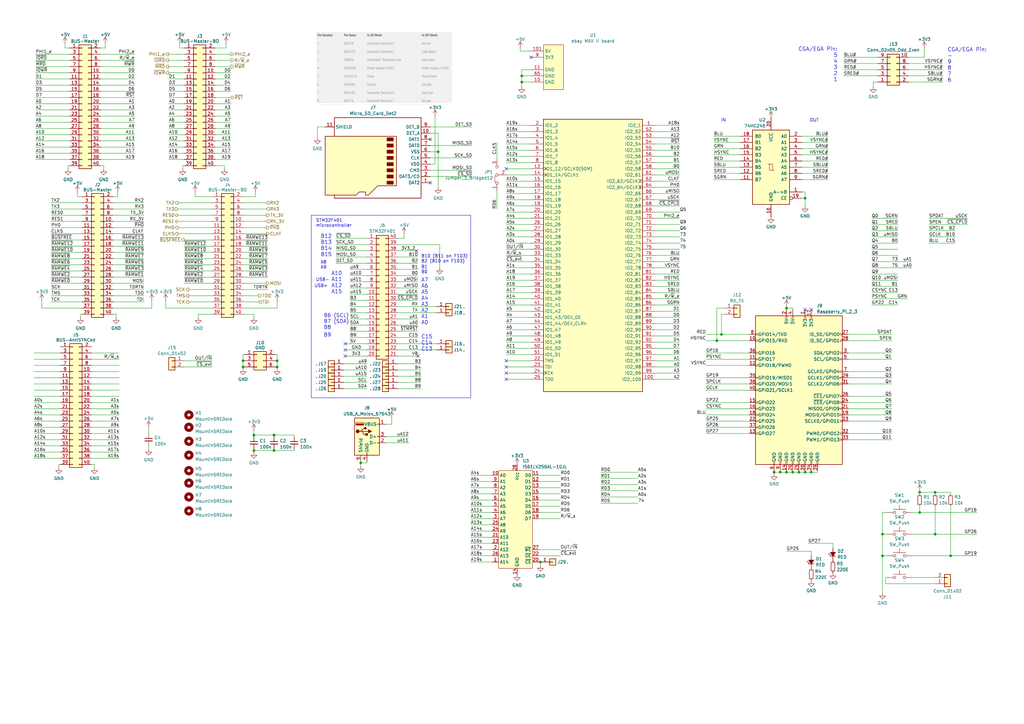
<source format=kicad_sch>
(kicad_sch (version 20230121) (generator eeschema)
  (paper "A3")
  (title_block (title "Unicomp v2 - CPLD Board") (date "2023-09-06") (rev "v1.1") (company "100% Offner") (comment 1 "v1.0: Initial") (comment 2 "v1.1:  J13 Pins different names"))
  (junction (at 322.58 126.365))
  (junction (at 295.91 137.16))
  (junction (at 294.005 139.7))
  (junction (at 99.695 150.495))
  (junction (at 327.66 193.675))
  (junction (at 377.19 210.185))
  (junction (at 112.395 178.435))
  (junction (at 213.995 31.115))
  (junction (at 377.19 201.93))
  (junction (at 330.2 193.675))
  (junction (at 320.04 193.675))
  (junction (at 113.665 147.955))
  (junction (at 221.615 230.505))
  (junction (at 179.705 62.23))
  (junction (at 317.5 193.675))
  (junction (at 147.955 189.865))
  (junction (at 332.74 193.675))
  (junction (at 389.89 227.965))
  (junction (at 104.14 184.785))
  (junction (at 99.695 147.955))
  (junction (at 112.395 184.785))
  (junction (at 104.14 178.435))
  (junction (at 213.995 33.655))
  (junction (at 322.58 193.675))
  (junction (at 361.95 227.965))
  (junction (at 361.95 219.075))
  (junction (at 325.12 193.675))
  (junction (at 383.54 219.075))
  (junction (at 113.665 150.495))
  (junction (at 383.54 201.93))
  (junction (at 330.2 81.28))
  (no_connect (at 141.605 143.51))
  (no_connect (at 207.645 147.955))
  (no_connect (at 141.605 146.05))
  (no_connect (at 176.53 74.93))
  (no_connect (at 176.53 57.15))
  (no_connect (at 332.74 127))
  (no_connect (at 207.645 155.575))
  (no_connect (at 171.45 146.05))
  (no_connect (at 141.605 140.97))
  (no_connect (at 330.2 127))
  (no_connect (at 207.645 153.035))
  (no_connect (at 170.815 102.87))
  (no_connect (at 217.805 23.495))
  (no_connect (at 207.645 150.495))
  (no_connect (at 207.645 69.215))
  (wire (pts (xy 88.265 24.765) (xy 94.615 24.765)))
  (wire (pts (xy 41.275 22.225) (xy 55.245 22.225)))
  (wire (pts (xy 322.58 193.675) (xy 322.58 193.04)))
  (wire (pts (xy 289.56 137.16) (xy 295.91 137.16)))
  (wire (pts (xy 143.51 138.43) (xy 150.495 138.43)))
  (wire (pts (xy 207.645 84.455) (xy 217.805 84.455)))
  (wire (pts (xy 289.56 147.32) (xy 307.34 147.32)))
  (wire (pts (xy 268.605 53.975) (xy 278.765 53.975)))
  (wire (pts (xy 33.02 128.905) (xy 33.655 128.905)))
  (wire (pts (xy 14.605 42.545) (xy 28.575 42.545)))
  (wire (pts (xy 361.95 227.965) (xy 363.855 227.965)))
  (wire (pts (xy 220.98 227.965) (xy 229.87 227.965)))
  (wire (pts (xy 377.19 201.295) (xy 377.19 201.93)))
  (wire (pts (xy 193.04 220.345) (xy 201.93 220.345)))
  (wire (pts (xy 381 92.075) (xy 396.875 92.075)))
  (wire (pts (xy 360.045 33.655) (xy 358.14 33.655)))
  (wire (pts (xy 69.215 60.325) (xy 75.565 60.325)))
  (wire (pts (xy 13.97 162.56) (xy 24.765 162.56)))
  (wire (pts (xy 372.745 26.035) (xy 386.715 26.035)))
  (wire (pts (xy 347.98 147.32) (xy 365.76 147.32)))
  (wire (pts (xy 99.695 150.495) (xy 99.695 151.13)))
  (wire (pts (xy 141.605 143.51) (xy 150.495 143.51)))
  (wire (pts (xy 346.075 23.495) (xy 360.045 23.495)))
  (wire (pts (xy 332.74 193.675) (xy 332.74 193.04)))
  (wire (pts (xy 339.725 55.88) (xy 328.93 55.88)))
  (wire (pts (xy 46.355 85.725) (xy 59.055 85.725)))
  (wire (pts (xy 330.2 78.74) (xy 330.2 81.28)))
  (wire (pts (xy 357.505 107.315) (xy 374.015 107.315)))
  (wire (pts (xy 163.195 128.27) (xy 179.07 128.27)))
  (wire (pts (xy 13.97 154.94) (xy 24.765 154.94)))
  (wire (pts (xy 46.355 116.205) (xy 59.055 116.205)))
  (wire (pts (xy 48.26 78.74) (xy 48.26 80.645)))
  (wire (pts (xy 158.115 181.61) (xy 167.64 181.61)))
  (wire (pts (xy 158.115 173.99) (xy 160.655 173.99)))
  (wire (pts (xy 92.075 69.215) (xy 92.075 67.945)))
  (wire (pts (xy 20.955 95.885) (xy 33.655 95.885)))
  (wire (pts (xy 176.53 54.61) (xy 179.705 54.61)))
  (wire (pts (xy 268.605 59.055) (xy 278.765 59.055)))
  (wire (pts (xy 268.605 140.335) (xy 278.765 140.335)))
  (wire (pts (xy 347.98 167.64) (xy 365.76 167.64)))
  (wire (pts (xy 268.605 145.415) (xy 278.765 145.415)))
  (wire (pts (xy 69.215 62.865) (xy 75.565 62.865)))
  (wire (pts (xy 361.95 227.965) (xy 361.95 243.205)))
  (wire (pts (xy 46.355 98.425) (xy 59.055 98.425)))
  (wire (pts (xy 37.465 170.18) (xy 48.895 170.18)))
  (wire (pts (xy 176.53 72.39) (xy 193.675 72.39)))
  (wire (pts (xy 268.605 114.935) (xy 278.765 114.935)))
  (wire (pts (xy 163.195 105.41) (xy 171.45 105.41)))
  (wire (pts (xy 20.955 111.125) (xy 33.655 111.125)))
  (wire (pts (xy 37.465 165.1) (xy 48.895 165.1)))
  (wire (pts (xy 75.565 116.205) (xy 86.995 116.205)))
  (wire (pts (xy 220.98 202.565) (xy 229.87 202.565)))
  (wire (pts (xy 37.465 152.4) (xy 48.895 152.4)))
  (wire (pts (xy 99.695 106.045) (xy 109.855 106.045)))
  (wire (pts (xy 377.19 201.93) (xy 383.54 201.93)))
  (wire (pts (xy 357.505 97.155) (xy 368.3 97.155)))
  (wire (pts (xy 347.98 180.34) (xy 365.76 180.34)))
  (wire (pts (xy 328.93 78.74) (xy 330.2 78.74)))
  (wire (pts (xy 374.015 227.965) (xy 389.89 227.965)))
  (wire (pts (xy 113.665 150.495) (xy 113.665 151.13)))
  (wire (pts (xy 207.645 107.315) (xy 217.805 107.315)))
  (wire (pts (xy 14.605 29.845) (xy 28.575 29.845)))
  (wire (pts (xy 347.98 137.16) (xy 365.76 137.16)))
  (wire (pts (xy 268.605 104.775) (xy 278.765 104.775)))
  (wire (pts (xy 268.605 92.075) (xy 278.765 92.075)))
  (wire (pts (xy 26.67 19.685) (xy 28.575 19.685)))
  (wire (pts (xy 207.645 137.795) (xy 217.805 137.795)))
  (wire (pts (xy 339.725 68.58) (xy 328.93 68.58)))
  (wire (pts (xy 37.465 157.48) (xy 48.895 157.48)))
  (wire (pts (xy 41.275 29.845) (xy 55.245 29.845)))
  (wire (pts (xy 163.195 133.35) (xy 171.45 133.35)))
  (wire (pts (xy 27.94 67.945) (xy 28.575 67.945)))
  (wire (pts (xy 14.605 40.005) (xy 28.575 40.005)))
  (wire (pts (xy 170.815 102.87) (xy 163.195 102.87)))
  (wire (pts (xy 163.195 120.65) (xy 171.45 120.65)))
  (wire (pts (xy 330.2 193.675) (xy 330.2 193.04)))
  (wire (pts (xy 113.665 145.415) (xy 113.665 147.955)))
  (wire (pts (xy 203.835 78.105) (xy 203.835 85.725)))
  (wire (pts (xy 377.19 210.185) (xy 400.685 210.185)))
  (wire (pts (xy 220.98 194.945) (xy 229.87 194.945)))
  (wire (pts (xy 377.19 210.185) (xy 377.19 207.645)))
  (wire (pts (xy 163.195 135.89) (xy 171.45 135.89)))
  (wire (pts (xy 14.605 60.325) (xy 28.575 60.325)))
  (wire (pts (xy 357.505 102.235) (xy 368.3 102.235)))
  (wire (pts (xy 46.355 103.505) (xy 59.055 103.505)))
  (wire (pts (xy 268.605 64.135) (xy 278.765 64.135)))
  (wire (pts (xy 346.075 26.035) (xy 360.045 26.035)))
  (wire (pts (xy 268.605 120.015) (xy 278.765 120.015)))
  (wire (pts (xy 99.695 126.365) (xy 113.665 126.365)))
  (wire (pts (xy 81.28 130.175) (xy 81.28 128.905)))
  (wire (pts (xy 363.22 236.855) (xy 363.855 236.855)))
  (wire (pts (xy 141.605 140.97) (xy 150.495 140.97)))
  (wire (pts (xy 207.645 153.035) (xy 217.805 153.035)))
  (wire (pts (xy 69.215 50.165) (xy 75.565 50.165)))
  (wire (pts (xy 207.645 127.635) (xy 217.805 127.635)))
  (wire (pts (xy 207.645 120.015) (xy 217.805 120.015)))
  (wire (pts (xy 163.195 143.51) (xy 179.07 143.51)))
  (wire (pts (xy 289.56 177.8) (xy 307.34 177.8)))
  (wire (pts (xy 347.98 139.7) (xy 365.76 139.7)))
  (wire (pts (xy 143.51 113.03) (xy 150.495 113.03)))
  (wire (pts (xy 246.38 193.675) (xy 261.62 193.675)))
  (wire (pts (xy 13.97 170.18) (xy 24.765 170.18)))
  (wire (pts (xy 163.195 115.57) (xy 171.45 115.57)))
  (wire (pts (xy 207.645 56.515) (xy 217.805 56.515)))
  (wire (pts (xy 207.645 117.475) (xy 217.805 117.475)))
  (wire (pts (xy 92.71 17.78) (xy 92.71 19.685)))
  (wire (pts (xy 20.955 98.425) (xy 33.655 98.425)))
  (wire (pts (xy 42.545 67.945) (xy 41.275 67.945)))
  (wire (pts (xy 41.275 32.385) (xy 55.245 32.385)))
  (wire (pts (xy 41.275 42.545) (xy 55.245 42.545)))
  (wire (pts (xy 303.53 68.58) (xy 292.735 68.58)))
  (wire (pts (xy 99.695 85.725) (xy 109.22 85.725)))
  (wire (pts (xy 37.465 162.56) (xy 48.895 162.56)))
  (wire (pts (xy 322.58 125.73) (xy 322.58 126.365)))
  (wire (pts (xy 374.015 210.185) (xy 377.19 210.185)))
  (wire (pts (xy 88.265 50.165) (xy 94.615 50.165)))
  (wire (pts (xy 289.56 154.94) (xy 307.34 154.94)))
  (wire (pts (xy 289.56 160.02) (xy 307.34 160.02)))
  (wire (pts (xy 143.51 110.49) (xy 150.495 110.49)))
  (wire (pts (xy 357.505 89.535) (xy 368.3 89.535)))
  (wire (pts (xy 163.195 151.765) (xy 172.72 151.765)))
  (wire (pts (xy 179.705 54.61) (xy 179.705 62.23)))
  (wire (pts (xy 143.51 120.65) (xy 150.495 120.65)))
  (wire (pts (xy 289.56 149.86) (xy 307.34 149.86)))
  (wire (pts (xy 143.51 115.57) (xy 150.495 115.57)))
  (wire (pts (xy 13.97 185.42) (xy 24.765 185.42)))
  (wire (pts (xy 268.605 97.155) (xy 278.765 97.155)))
  (wire (pts (xy 104.14 176.53) (xy 104.14 178.435)))
  (wire (pts (xy 158.115 179.07) (xy 167.64 179.07)))
  (wire (pts (xy 347.98 154.94) (xy 365.76 154.94)))
  (wire (pts (xy 361.95 219.075) (xy 363.855 219.075)))
  (wire (pts (xy 357.505 99.695) (xy 368.3 99.695)))
  (wire (pts (xy 207.645 155.575) (xy 217.805 155.575)))
  (wire (pts (xy 20.955 123.825) (xy 33.655 123.825)))
  (wire (pts (xy 41.275 40.005) (xy 55.245 40.005)))
  (wire (pts (xy 120.65 179.07) (xy 120.65 178.435)))
  (wire (pts (xy 137.795 107.95) (xy 150.495 107.95)))
  (wire (pts (xy 13.97 152.4) (xy 24.765 152.4)))
  (wire (pts (xy 220.98 230.505) (xy 221.615 230.505)))
  (wire (pts (xy 13.97 149.86) (xy 24.765 149.86)))
  (wire (pts (xy 31.75 80.645) (xy 33.655 80.645)))
  (wire (pts (xy 294.005 126.365) (xy 294.005 139.7)))
  (wire (pts (xy 75.565 108.585) (xy 86.995 108.585)))
  (wire (pts (xy 113.665 147.955) (xy 113.665 150.495)))
  (wire (pts (xy 335.28 193.675) (xy 335.28 193.04)))
  (wire (pts (xy 41.275 27.305) (xy 55.245 27.305)))
  (wire (pts (xy 361.95 227.965) (xy 361.95 219.075)))
  (wire (pts (xy 289.56 165.1) (xy 307.34 165.1)))
  (wire (pts (xy 207.645 114.935) (xy 217.805 114.935)))
  (wire (pts (xy 320.04 193.675) (xy 322.58 193.675)))
  (wire (pts (xy 207.645 66.675) (xy 217.805 66.675)))
  (wire (pts (xy 37.465 175.26) (xy 48.895 175.26)))
  (wire (pts (xy 213.995 33.655) (xy 213.995 31.115)))
  (wire (pts (xy 163.195 130.81) (xy 171.45 130.81)))
  (wire (pts (xy 268.605 109.855) (xy 278.765 109.855)))
  (wire (pts (xy 147.955 189.23) (xy 147.955 189.865)))
  (wire (pts (xy 99.695 108.585) (xy 109.855 108.585)))
  (wire (pts (xy 46.355 123.825) (xy 59.055 123.825)))
  (wire (pts (xy 88.265 45.085) (xy 94.615 45.085)))
  (wire (pts (xy 374.015 219.075) (xy 383.54 219.075)))
  (wire (pts (xy 246.38 203.835) (xy 261.62 203.835)))
  (wire (pts (xy 322.58 226.06) (xy 332.74 226.06)))
  (wire (pts (xy 381 94.615) (xy 391.795 94.615)))
  (wire (pts (xy 163.195 113.03) (xy 171.45 113.03)))
  (wire (pts (xy 163.195 100.33) (xy 180.34 100.33)))
  (wire (pts (xy 357.505 125.095) (xy 368.3 125.095)))
  (wire (pts (xy 207.645 59.055) (xy 217.805 59.055)))
  (wire (pts (xy 88.265 62.865) (xy 94.615 62.865)))
  (wire (pts (xy 203.835 58.42) (xy 203.835 65.405)))
  (wire (pts (xy 193.04 207.645) (xy 201.93 207.645)))
  (wire (pts (xy 77.47 121.285) (xy 86.995 121.285)))
  (wire (pts (xy 357.505 104.775) (xy 368.3 104.775)))
  (wire (pts (xy 46.355 88.265) (xy 59.055 88.265)))
  (wire (pts (xy 104.775 80.645) (xy 99.695 80.645)))
  (wire (pts (xy 193.04 217.805) (xy 201.93 217.805)))
  (wire (pts (xy 389.89 201.93) (xy 389.89 202.565)))
  (wire (pts (xy 213.995 35.56) (xy 213.995 33.655)))
  (wire (pts (xy 14.605 24.765) (xy 28.575 24.765)))
  (wire (pts (xy 46.355 126.365) (xy 62.23 126.365)))
  (wire (pts (xy 20.955 116.205) (xy 33.655 116.205)))
  (wire (pts (xy 176.53 59.69) (xy 193.675 59.69)))
  (wire (pts (xy 88.265 55.245) (xy 94.615 55.245)))
  (wire (pts (xy 41.275 57.785) (xy 55.245 57.785)))
  (wire (pts (xy 268.605 112.395) (xy 278.765 112.395)))
  (wire (pts (xy 37.465 185.42) (xy 48.895 185.42)))
  (wire (pts (xy 75.565 113.665) (xy 86.995 113.665)))
  (wire (pts (xy 69.215 55.245) (xy 75.565 55.245)))
  (wire (pts (xy 268.605 122.555) (xy 278.765 122.555)))
  (wire (pts (xy 207.645 76.835) (xy 217.805 76.835)))
  (wire (pts (xy 220.98 200.025) (xy 229.87 200.025)))
  (wire (pts (xy 268.605 86.995) (xy 278.765 86.995)))
  (wire (pts (xy 14.605 57.785) (xy 28.575 57.785)))
  (wire (pts (xy 13.97 180.34) (xy 24.765 180.34)))
  (wire (pts (xy 73.025 93.345) (xy 86.995 93.345)))
  (wire (pts (xy 99.695 147.955) (xy 99.695 150.495)))
  (wire (pts (xy 357.505 114.935) (xy 368.3 114.935)))
  (wire (pts (xy 178.435 67.31) (xy 176.53 67.31)))
  (wire (pts (xy 113.665 145.415) (xy 113.03 145.415)))
  (wire (pts (xy 207.645 61.595) (xy 217.805 61.595)))
  (wire (pts (xy 20.955 118.745) (xy 33.655 118.745)))
  (wire (pts (xy 73.025 85.725) (xy 86.995 85.725)))
  (wire (pts (xy 69.215 47.625) (xy 75.565 47.625)))
  (wire (pts (xy 99.695 88.265) (xy 109.22 88.265)))
  (wire (pts (xy 46.355 83.185) (xy 59.055 83.185)))
  (wire (pts (xy 41.275 24.765) (xy 55.245 24.765)))
  (wire (pts (xy 163.195 125.73) (xy 179.07 125.73)))
  (wire (pts (xy 20.955 121.285) (xy 33.655 121.285)))
  (wire (pts (xy 372.745 33.655) (xy 386.715 33.655)))
  (wire (pts (xy 46.355 90.805) (xy 59.055 90.805)))
  (wire (pts (xy 295.91 128.905) (xy 295.91 137.16)))
  (wire (pts (xy 268.605 66.675) (xy 278.765 66.675)))
  (wire (pts (xy 99.695 113.665) (xy 109.855 113.665)))
  (wire (pts (xy 347.98 162.56) (xy 365.76 162.56)))
  (wire (pts (xy 75.565 100.965) (xy 86.995 100.965)))
  (wire (pts (xy 69.215 29.845) (xy 75.565 29.845)))
  (wire (pts (xy 220.98 210.185) (xy 229.87 210.185)))
  (wire (pts (xy 268.605 137.795) (xy 278.765 137.795)))
  (wire (pts (xy 268.605 61.595) (xy 278.765 61.595)))
  (wire (pts (xy 38.735 190.5) (xy 37.465 190.5)))
  (wire (pts (xy 99.695 90.805) (xy 109.22 90.805)))
  (wire (pts (xy 383.54 201.93) (xy 389.89 201.93)))
  (wire (pts (xy 27.94 69.215) (xy 27.94 67.945)))
  (wire (pts (xy 14.605 27.305) (xy 28.575 27.305)))
  (wire (pts (xy 86.995 147.955) (xy 75.565 147.955)))
  (wire (pts (xy 357.505 94.615) (xy 368.3 94.615)))
  (wire (pts (xy 213.36 20.955) (xy 217.805 20.955)))
  (wire (pts (xy 303.53 66.04) (xy 292.735 66.04)))
  (wire (pts (xy 303.53 71.12) (xy 292.735 71.12)))
  (wire (pts (xy 163.195 118.11) (xy 171.45 118.11)))
  (wire (pts (xy 268.605 76.835) (xy 278.765 76.835)))
  (wire (pts (xy 163.195 140.97) (xy 179.07 140.97)))
  (wire (pts (xy 26.67 17.78) (xy 26.67 19.685)))
  (wire (pts (xy 325.12 193.675) (xy 325.12 193.04)))
  (wire (pts (xy 207.645 150.495) (xy 217.805 150.495)))
  (wire (pts (xy 37.465 167.64) (xy 48.895 167.64)))
  (wire (pts (xy 88.265 42.545) (xy 94.615 42.545)))
  (wire (pts (xy 377.19 201.93) (xy 377.19 202.565)))
  (wire (pts (xy 268.605 155.575) (xy 278.765 155.575)))
  (wire (pts (xy 100.33 150.495) (xy 99.695 150.495)))
  (wire (pts (xy 163.195 123.19) (xy 171.45 123.19)))
  (wire (pts (xy 207.645 81.915) (xy 217.805 81.915)))
  (wire (pts (xy 322.58 126.365) (xy 322.58 127)))
  (wire (pts (xy 41.275 47.625) (xy 55.245 47.625)))
  (wire (pts (xy 24.13 190.5) (xy 24.765 190.5)))
  (wire (pts (xy 99.695 145.415) (xy 100.33 145.415)))
  (wire (pts (xy 193.04 205.105) (xy 201.93 205.105)))
  (wire (pts (xy 88.265 22.225) (xy 94.615 22.225)))
  (wire (pts (xy 207.645 89.535) (xy 217.805 89.535)))
  (wire (pts (xy 13.97 182.88) (xy 24.765 182.88)))
  (wire (pts (xy 160.655 171.45) (xy 160.655 173.99)))
  (wire (pts (xy 339.725 58.42) (xy 328.93 58.42)))
  (wire (pts (xy 133.35 52.07) (xy 130.175 52.07)))
  (wire (pts (xy 289.56 172.72) (xy 307.34 172.72)))
  (wire (pts (xy 268.605 107.315) (xy 278.765 107.315)))
  (wire (pts (xy 220.98 197.485) (xy 229.87 197.485)))
  (wire (pts (xy 41.275 60.325) (xy 55.245 60.325)))
  (wire (pts (xy 88.265 65.405) (xy 94.615 65.405)))
  (wire (pts (xy 46.355 100.965) (xy 59.055 100.965)))
  (wire (pts (xy 88.265 57.785) (xy 94.615 57.785)))
  (wire (pts (xy 317.5 193.675) (xy 317.5 194.31)))
  (wire (pts (xy 38.735 191.77) (xy 38.735 190.5)))
  (wire (pts (xy 207.645 122.555) (xy 217.805 122.555)))
  (wire (pts (xy 99.695 93.345) (xy 109.22 93.345)))
  (wire (pts (xy 207.645 99.695) (xy 217.805 99.695)))
  (wire (pts (xy 220.98 207.645) (xy 229.87 207.645)))
  (wire (pts (xy 303.53 73.66) (xy 292.735 73.66)))
  (wire (pts (xy 112.395 179.07) (xy 112.395 178.435)))
  (wire (pts (xy 104.14 184.785) (xy 112.395 184.785)))
  (wire (pts (xy 389.89 227.965) (xy 400.685 227.965)))
  (wire (pts (xy 69.215 57.785) (xy 75.565 57.785)))
  (wire (pts (xy 99.695 123.825) (xy 106.045 123.825)))
  (wire (pts (xy 383.54 202.565) (xy 383.54 201.93)))
  (wire (pts (xy 339.725 73.66) (xy 328.93 73.66)))
  (wire (pts (xy 75.565 106.045) (xy 86.995 106.045)))
  (wire (pts (xy 69.215 37.465) (xy 75.565 37.465)))
  (wire (pts (xy 14.605 65.405) (xy 28.575 65.405)))
  (wire (pts (xy 207.645 140.335) (xy 217.805 140.335)))
  (wire (pts (xy 330.2 193.675) (xy 332.74 193.675)))
  (wire (pts (xy 24.13 191.77) (xy 24.13 190.5)))
  (wire (pts (xy 37.465 187.96) (xy 48.895 187.96)))
  (wire (pts (xy 88.265 60.325) (xy 94.615 60.325)))
  (wire (pts (xy 165.735 95.885) (xy 165.735 97.79)))
  (wire (pts (xy 193.04 210.185) (xy 201.93 210.185)))
  (wire (pts (xy 372.745 23.495) (xy 379.095 23.495)))
  (wire (pts (xy 46.355 108.585) (xy 59.055 108.585)))
  (wire (pts (xy 14.605 62.865) (xy 28.575 62.865)))
  (wire (pts (xy 327.66 193.675) (xy 327.66 193.04)))
  (wire (pts (xy 347.98 170.18) (xy 365.76 170.18)))
  (wire (pts (xy 137.795 105.41) (xy 150.495 105.41)))
  (wire (pts (xy 268.605 51.435) (xy 278.765 51.435)))
  (wire (pts (xy 207.645 147.955) (xy 217.805 147.955)))
  (wire (pts (xy 361.95 210.185) (xy 363.855 210.185)))
  (wire (pts (xy 347.98 172.72) (xy 365.76 172.72)))
  (wire (pts (xy 213.36 19.685) (xy 213.36 20.955)))
  (wire (pts (xy 163.195 107.95) (xy 171.45 107.95)))
  (wire (pts (xy 46.355 113.665) (xy 59.055 113.665)))
  (wire (pts (xy 67.945 126.365) (xy 86.995 126.365)))
  (wire (pts (xy 46.355 95.885) (xy 59.055 95.885)))
  (wire (pts (xy 37.465 147.32) (xy 48.895 147.32)))
  (wire (pts (xy 20.955 103.505) (xy 33.655 103.505)))
  (wire (pts (xy 41.275 34.925) (xy 55.245 34.925)))
  (wire (pts (xy 176.53 69.85) (xy 193.675 69.85)))
  (wire (pts (xy 268.605 127.635) (xy 278.765 127.635)))
  (wire (pts (xy 163.195 154.305) (xy 172.72 154.305)))
  (wire (pts (xy 20.955 90.805) (xy 33.655 90.805)))
  (wire (pts (xy 73.66 17.78) (xy 73.66 19.685)))
  (wire (pts (xy 14.605 52.705) (xy 28.575 52.705)))
  (wire (pts (xy 13.97 167.64) (xy 24.765 167.64)))
  (wire (pts (xy 99.695 103.505) (xy 109.855 103.505)))
  (wire (pts (xy 74.93 67.945) (xy 75.565 67.945)))
  (wire (pts (xy 357.505 109.855) (xy 374.015 109.855)))
  (wire (pts (xy 46.355 93.345) (xy 59.055 93.345)))
  (wire (pts (xy 268.605 135.255) (xy 278.765 135.255)))
  (wire (pts (xy 43.18 19.685) (xy 41.275 19.685)))
  (wire (pts (xy 77.47 123.825) (xy 86.995 123.825)))
  (wire (pts (xy 207.645 92.075) (xy 217.805 92.075)))
  (wire (pts (xy 246.38 201.295) (xy 261.62 201.295)))
  (wire (pts (xy 289.56 167.64) (xy 307.34 167.64)))
  (wire (pts (xy 37.465 180.34) (xy 48.895 180.34)))
  (wire (pts (xy 69.215 45.085) (xy 75.565 45.085)))
  (wire (pts (xy 361.95 219.075) (xy 361.95 210.185)))
  (wire (pts (xy 289.56 139.7) (xy 294.005 139.7)))
  (wire (pts (xy 372.745 31.115) (xy 386.715 31.115)))
  (wire (pts (xy 42.545 69.215) (xy 42.545 67.945)))
  (wire (pts (xy 268.605 56.515) (xy 278.765 56.515)))
  (wire (pts (xy 358.14 33.655) (xy 358.14 35.56)))
  (wire (pts (xy 88.265 40.005) (xy 94.615 40.005)))
  (wire (pts (xy 81.28 128.905) (xy 86.995 128.905)))
  (wire (pts (xy 99.695 98.425) (xy 109.855 98.425)))
  (wire (pts (xy 193.04 212.725) (xy 201.93 212.725)))
  (wire (pts (xy 331.47 222.885) (xy 341.63 222.885)))
  (wire (pts (xy 47.625 130.175) (xy 47.625 128.905)))
  (wire (pts (xy 73.025 90.805) (xy 86.995 90.805)))
  (wire (pts (xy 383.54 219.075) (xy 400.685 219.075)))
  (wire (pts (xy 207.645 104.775) (xy 217.805 104.775)))
  (wire (pts (xy 99.695 111.125) (xy 109.855 111.125)))
  (wire (pts (xy 140.97 159.385) (xy 150.495 159.385)))
  (wire (pts (xy 137.795 97.79) (xy 150.495 97.79)))
  (wire (pts (xy 69.215 22.225) (xy 75.565 22.225)))
  (wire (pts (xy 14.605 45.085) (xy 28.575 45.085)))
  (wire (pts (xy 112.395 184.785) (xy 120.65 184.785)))
  (wire (pts (xy 13.97 177.8) (xy 24.765 177.8)))
  (wire (pts (xy 268.605 132.715) (xy 278.765 132.715)))
  (wire (pts (xy 303.53 63.5) (xy 292.735 63.5)))
  (wire (pts (xy 143.51 125.73) (xy 150.495 125.73)))
  (wire (pts (xy 92.71 19.685) (xy 88.265 19.685)))
  (wire (pts (xy 37.465 182.88) (xy 48.895 182.88)))
  (wire (pts (xy 13.97 187.96) (xy 24.765 187.96)))
  (wire (pts (xy 347.98 165.1) (xy 365.76 165.1)))
  (wire (pts (xy 140.97 149.225) (xy 150.495 149.225)))
  (wire (pts (xy 37.465 160.02) (xy 48.895 160.02)))
  (wire (pts (xy 88.265 37.465) (xy 94.615 37.465)))
  (wire (pts (xy 179.705 62.23) (xy 179.705 76.835)))
  (wire (pts (xy 357.505 92.075) (xy 368.3 92.075)))
  (wire (pts (xy 220.98 205.105) (xy 229.87 205.105)))
  (wire (pts (xy 357.505 120.015) (xy 368.3 120.015)))
  (wire (pts (xy 14.605 50.165) (xy 28.575 50.165)))
  (wire (pts (xy 143.51 130.81) (xy 150.495 130.81)))
  (wire (pts (xy 13.97 160.02) (xy 24.765 160.02)))
  (wire (pts (xy 268.605 102.235) (xy 278.765 102.235)))
  (wire (pts (xy 207.645 97.155) (xy 217.805 97.155)))
  (wire (pts (xy 13.97 175.26) (xy 24.765 175.26)))
  (wire (pts (xy 268.605 125.095) (xy 278.765 125.095)))
  (wire (pts (xy 303.53 60.96) (xy 292.735 60.96)))
  (wire (pts (xy 99.695 116.205) (xy 109.22 116.205)))
  (wire (pts (xy 220.98 212.725) (xy 229.87 212.725)))
  (wire (pts (xy 14.605 34.925) (xy 28.575 34.925)))
  (wire (pts (xy 246.38 206.375) (xy 261.62 206.375)))
  (wire (pts (xy 92.075 67.945) (xy 88.265 67.945)))
  (wire (pts (xy 178.435 47.625) (xy 178.435 67.31)))
  (wire (pts (xy 372.745 28.575) (xy 386.715 28.575)))
  (wire (pts (xy 20.955 88.265) (xy 33.655 88.265)))
  (wire (pts (xy 112.395 178.435) (xy 104.14 178.435)))
  (wire (pts (xy 141.605 146.05) (xy 150.495 146.05)))
  (wire (pts (xy 332.74 193.675) (xy 335.28 193.675)))
  (wire (pts (xy 303.53 55.88) (xy 292.735 55.88)))
  (wire (pts (xy 207.645 112.395) (xy 217.805 112.395)))
  (wire (pts (xy 46.355 118.745) (xy 59.055 118.745)))
  (wire (pts (xy 20.955 85.725) (xy 33.655 85.725)))
  (wire (pts (xy 88.265 47.625) (xy 94.615 47.625)))
  (wire (pts (xy 14.605 37.465) (xy 28.575 37.465)))
  (wire (pts (xy 379.095 19.685) (xy 379.095 23.495)))
  (wire (pts (xy 73.025 88.265) (xy 86.995 88.265)))
  (wire (pts (xy 339.725 66.04) (xy 328.93 66.04)))
  (wire (pts (xy 17.145 126.365) (xy 33.655 126.365)))
  (wire (pts (xy 143.51 123.19) (xy 150.495 123.19)))
  (wire (pts (xy 357.505 117.475) (xy 368.3 117.475)))
  (wire (pts (xy 112.395 184.15) (xy 112.395 184.785)))
  (wire (pts (xy 383.54 219.075) (xy 383.54 207.645)))
  (wire (pts (xy 289.56 170.18) (xy 307.34 170.18)))
  (wire (pts (xy 41.275 52.705) (xy 55.245 52.705)))
  (wire (pts (xy 99.695 145.415) (xy 99.695 147.955)))
  (wire (pts (xy 113.03 150.495) (xy 113.665 150.495)))
  (wire (pts (xy 20.955 83.185) (xy 33.655 83.185)))
  (wire (pts (xy 140.97 156.845) (xy 150.495 156.845)))
  (wire (pts (xy 137.795 102.87) (xy 150.495 102.87)))
  (wire (pts (xy 294.005 139.7) (xy 307.34 139.7)))
  (wire (pts (xy 180.34 109.855) (xy 180.34 100.33)))
  (wire (pts (xy 357.505 112.395) (xy 368.3 112.395)))
  (wire (pts (xy 193.04 200.025) (xy 201.93 200.025)))
  (wire (pts (xy 327.66 193.675) (xy 330.2 193.675)))
  (wire (pts (xy 193.04 225.425) (xy 201.93 225.425)))
  (wire (pts (xy 339.725 60.96) (xy 328.93 60.96)))
  (wire (pts (xy 41.275 50.165) (xy 55.245 50.165)))
  (wire (pts (xy 47.625 128.905) (xy 46.355 128.905)))
  (wire (pts (xy 120.65 178.435) (xy 112.395 178.435)))
  (wire (pts (xy 317.5 193.675) (xy 320.04 193.675)))
  (wire (pts (xy 207.645 130.175) (xy 217.805 130.175)))
  (wire (pts (xy 193.04 222.885) (xy 201.93 222.885)))
  (wire (pts (xy 104.775 78.74) (xy 104.775 80.645)))
  (wire (pts (xy 289.56 144.78) (xy 307.34 144.78)))
  (wire (pts (xy 14.605 32.385) (xy 28.575 32.385)))
  (wire (pts (xy 268.605 84.455) (xy 278.765 84.455)))
  (wire (pts (xy 289.56 175.26) (xy 307.34 175.26)))
  (wire (pts (xy 322.58 193.675) (xy 325.12 193.675)))
  (wire (pts (xy 381 89.535) (xy 396.875 89.535)))
  (wire (pts (xy 137.795 100.33) (xy 150.495 100.33)))
  (wire (pts (xy 14.605 55.245) (xy 28.575 55.245)))
  (wire (pts (xy 207.645 109.855) (xy 217.805 109.855)))
  (wire (pts (xy 320.04 193.675) (xy 320.04 193.04)))
  (wire (pts (xy 99.695 100.965) (xy 109.855 100.965)))
  (wire (pts (xy 207.645 74.295) (xy 217.805 74.295)))
  (wire (pts (xy 140.97 154.305) (xy 150.495 154.305)))
  (wire (pts (xy 143.51 133.35) (xy 150.495 133.35)))
  (wire (pts (xy 268.605 74.295) (xy 278.765 74.295)))
  (wire (pts (xy 346.075 28.575) (xy 360.045 28.575)))
  (wire (pts (xy 104.14 184.15) (xy 104.14 184.785)))
  (wire (pts (xy 268.605 117.475) (xy 278.765 117.475)))
  (wire (pts (xy 46.355 106.045) (xy 59.055 106.045)))
  (wire (pts (xy 297.18 126.365) (xy 294.005 126.365)))
  (wire (pts (xy 268.605 89.535) (xy 278.765 89.535)))
  (wire (pts (xy 213.995 33.655) (xy 217.805 33.655)))
  (wire (pts (xy 193.04 194.945) (xy 201.93 194.945)))
  (wire (pts (xy 17.145 123.19) (xy 17.145 126.365)))
  (wire (pts (xy 297.18 128.905) (xy 295.91 128.905)))
  (wire (pts (xy 69.215 27.305) (xy 75.565 27.305)))
  (wire (pts (xy 332.74 227.965) (xy 332.74 226.06)))
  (wire (pts (xy 14.605 22.225) (xy 28.575 22.225)))
  (wire (pts (xy 113.665 147.955) (xy 113.03 147.955)))
  (wire (pts (xy 207.645 142.875) (xy 217.805 142.875)))
  (wire (pts (xy 346.075 31.115) (xy 360.045 31.115)))
  (wire (pts (xy 69.215 52.705) (xy 75.565 52.705)))
  (wire (pts (xy 74.93 69.215) (xy 74.93 67.945)))
  (wire (pts (xy 381 97.155) (xy 391.795 97.155)))
  (wire (pts (xy 383.54 239.395) (xy 363.22 239.395)))
  (wire (pts (xy 37.465 177.8) (xy 48.895 177.8)))
  (wire (pts (xy 150.495 189.23) (xy 150.495 189.865)))
  (wire (pts (xy 67.945 123.19) (xy 67.945 126.365)))
  (wire (pts (xy 37.465 172.72) (xy 48.895 172.72)))
  (wire (pts (xy 62.23 123.19) (xy 62.23 126.365)))
  (wire (pts (xy 113.665 123.19) (xy 113.665 126.365)))
  (wire (pts (xy 220.98 225.425) (xy 229.87 225.425)))
  (wire (pts (xy 193.04 227.965) (xy 201.93 227.965)))
  (wire (pts (xy 88.265 52.705) (xy 94.615 52.705)))
  (wire (pts (xy 268.605 142.875) (xy 278.765 142.875)))
  (wire (pts (xy 20.955 93.345) (xy 33.655 93.345)))
  (wire (pts (xy 88.265 27.305) (xy 94.615 27.305)))
  (wire (pts (xy 339.725 63.5) (xy 328.93 63.5)))
  (wire (pts (xy 246.38 198.755) (xy 261.62 198.755)))
  (wire (pts (xy 73.025 95.885) (xy 86.995 95.885)))
  (wire (pts (xy 289.56 157.48) (xy 307.34 157.48)))
  (wire (pts (xy 268.605 147.955) (xy 278.765 147.955)))
  (wire (pts (xy 20.955 100.965) (xy 33.655 100.965)))
  (wire (pts (xy 104.14 130.175) (xy 104.14 128.905)))
  (wire (pts (xy 213.995 28.575) (xy 217.805 28.575)))
  (wire (pts (xy 163.195 159.385) (xy 172.72 159.385)))
  (wire (pts (xy 46.355 111.125) (xy 59.055 111.125)))
  (wire (pts (xy 207.645 53.975) (xy 217.805 53.975)))
  (wire (pts (xy 104.14 184.785) (xy 104.14 185.42)))
  (wire (pts (xy 75.565 150.495) (xy 86.995 150.495)))
  (wire (pts (xy 213.995 31.115) (xy 217.805 31.115)))
  (wire (pts (xy 163.195 149.225) (xy 172.72 149.225)))
  (wire (pts (xy 99.695 118.745) (xy 109.855 118.745)))
  (wire (pts (xy 143.51 118.11) (xy 150.495 118.11)))
  (wire (pts (xy 268.605 99.695) (xy 278.765 99.695)))
  (wire (pts (xy 325.12 126.365) (xy 325.12 127)))
  (wire (pts (xy 147.955 189.865) (xy 147.955 191.135)))
  (wire (pts (xy 207.645 64.135) (xy 217.805 64.135)))
  (wire (pts (xy 75.565 111.125) (xy 86.995 111.125)))
  (wire (pts (xy 80.01 80.645) (xy 86.995 80.645)))
  (wire (pts (xy 268.605 71.755) (xy 278.765 71.755)))
  (wire (pts (xy 150.495 189.865) (xy 147.955 189.865)))
  (wire (pts (xy 317.5 193.04) (xy 317.5 193.675)))
  (wire (pts (xy 207.645 132.715) (xy 217.805 132.715)))
  (wire (pts (xy 207.645 135.255) (xy 217.805 135.255)))
  (wire (pts (xy 46.355 121.285) (xy 59.055 121.285)))
  (wire (pts (xy 69.215 65.405) (xy 75.565 65.405)))
  (wire (pts (xy 37.465 149.86) (xy 48.895 149.86)))
  (wire (pts (xy 73.025 83.185) (xy 86.995 83.185)))
  (wire (pts (xy 37.465 144.78) (xy 48.895 144.78)))
  (wire (pts (xy 120.65 184.15) (xy 120.65 184.785)))
  (wire (pts (xy 60.96 175.26) (xy 60.96 177.8)))
  (wire (pts (xy 143.51 128.27) (xy 150.495 128.27)))
  (wire (pts (xy 193.04 202.565) (xy 201.93 202.565)))
  (wire (pts (xy 363.22 239.395) (xy 363.22 236.855)))
  (wire (pts (xy 140.97 151.765) (xy 150.495 151.765)))
  (wire (pts (xy 48.26 80.645) (xy 46.355 80.645)))
  (wire (pts (xy 207.645 94.615) (xy 217.805 94.615)))
  (wire (pts (xy 77.47 118.745) (xy 86.995 118.745)))
  (wire (pts (xy 268.605 150.495) (xy 278.765 150.495)))
  (wire (pts (xy 31.75 78.74) (xy 31.75 80.645)))
  (wire (pts (xy 207.645 79.375) (xy 217.805 79.375)))
  (wire (pts (xy 193.04 197.485) (xy 201.93 197.485)))
  (wire (pts (xy 268.605 79.375) (xy 278.765 79.375)))
  (wire (pts (xy 163.195 146.05) (xy 171.45 146.05)))
  (wire (pts (xy 193.04 230.505) (xy 201.93 230.505)))
  (wire (pts (xy 213.995 31.115) (xy 213.995 28.575)))
  (wire (pts (xy 13.97 157.48) (xy 24.765 157.48)))
  (wire (pts (xy 88.265 32.385) (xy 94.615 32.385)))
  (wire (pts (xy 163.195 156.845) (xy 172.72 156.845)))
  (wire (pts (xy 41.275 62.865) (xy 55.245 62.865)))
  (wire (pts (xy 43.18 17.78) (xy 43.18 19.685)))
  (wire (pts (xy 207.645 125.095) (xy 217.805 125.095)))
  (wire (pts (xy 347.98 152.4) (xy 365.76 152.4)))
  (wire (pts (xy 295.91 137.16) (xy 307.34 137.16)))
  (wire (pts (xy 207.645 102.235) (xy 217.805 102.235)))
  (wire (pts (xy 268.605 153.035) (xy 278.765 153.035)))
  (wire (pts (xy 374.015 236.855) (xy 383.54 236.855)))
  (wire (pts (xy 99.695 83.185) (xy 109.22 83.185)))
  (wire (pts (xy 341.63 224.79) (xy 341.63 222.885)))
  (wire (pts (xy 69.215 40.005) (xy 75.565 40.005)))
  (wire (pts (xy 13.97 172.72) (xy 24.765 172.72)))
  (wire (pts (xy 207.645 71.755) (xy 217.805 71.755)))
  (wire (pts (xy 14.605 47.625) (xy 28.575 47.625)))
  (wire (pts (xy 176.53 64.77) (xy 193.675 64.77)))
  (wire (pts (xy 88.265 34.925) (xy 94.615 34.925)))
  (wire (pts (xy 193.04 215.265) (xy 201.93 215.265)))
  (wire (pts (xy 339.725 71.12) (xy 328.93 71.12)))
  (wire (pts (xy 389.89 207.645) (xy 389.89 227.965)))
  (wire (pts (xy 75.565 103.505) (xy 86.995 103.505)))
  (wire (pts (xy 60.96 182.88) (xy 60.96 184.15)))
  (wire (pts (xy 165.735 97.79) (xy 163.195 97.79)))
  (wire (pts (xy 268.605 94.615) (xy 278.765 94.615)))
  (wire (pts (xy 163.195 138.43) (xy 171.45 138.43)))
  (wire (pts (xy 357.505 122.555) (xy 372.11 122.555)))
  (wire (pts (xy 41.275 65.405) (xy 55.245 65.405)))
  (wire (pts (xy 88.265 29.845) (xy 94.615 29.845)))
  (wire (pts (xy 99.695 121.285) (xy 106.045 121.285)))
  (wire (pts (xy 163.195 110.49) (xy 171.45 110.49)))
  (wire (pts (xy 130.175 52.07) (xy 130.175 56.515)))
  (wire (pts (xy 69.215 34.925) (xy 75.565 34.925)))
  (wire (pts (xy 381 99.695) (xy 391.795 99.695)))
  (wire (pts (xy 176.53 52.07) (xy 193.675 52.07)))
  (wire (pts (xy 303.53 58.42) (xy 292.735 58.42)))
  (wire (pts (xy 207.645 51.435) (xy 217.805 51.435)))
  (wire (pts (xy 246.38 196.215) (xy 261.62 196.215)))
  (wire (pts (xy 33.02 130.175) (xy 33.02 128.905)))
  (wire (pts (xy 13.97 147.32) (xy 24.765 147.32)))
  (wire (pts (xy 207.645 86.995) (xy 217.805 86.995)))
  (wire (pts (xy 347.98 157.48) (xy 365.76 157.48)))
  (wire (pts (xy 268.605 69.215) (xy 278.765 69.215)))
  (wire (pts (xy 143.51 135.89) (xy 150.495 135.89)))
  (wire (pts (xy 268.605 130.175) (xy 278.765 130.175)))
  (wire (pts (xy 41.275 45.085) (xy 55.245 45.085)))
  (wire (pts (xy 41.275 37.465) (xy 55.245 37.465)))
  (wire (pts (xy 75.565 98.425) (xy 86.995 98.425)))
  (wire (pts (xy 221.615 230.505) (xy 221.615 231.775)))
  (wire (pts (xy 99.695 147.955) (xy 100.33 147.955)))
  (wire (pts (xy 13.97 144.78) (xy 24.765 144.78)))
  (wire (pts (xy 20.955 113.665) (xy 33.655 113.665)))
  (wire (pts (xy 80.01 78.74) (xy 80.01 80.645)))
  (wire (pts (xy 330.2 81.28) (xy 330.2 84.455)))
  (wire (pts (xy 176.53 62.23) (xy 179.705 62.23)))
  (wire (pts (xy 20.955 106.045) (xy 33.655 106.045)))
  (wire (pts (xy 347.98 177.8) (xy 365.76 177.8)))
  (wire (pts (xy 104.14 178.435) (xy 104.14 179.07)))
  (wire (pts (xy 207.645 145.415) (xy 217.805 145.415)))
  (wire (pts (xy 104.14 128.905) (xy 99.695 128.905)))
  (wire (pts (xy 325.12 193.675) (xy 327.66 193.675)))
  (wire (pts (xy 37.465 154.94) (xy 48.895 154.94)))
  (wire (pts (xy 99.695 95.885) (xy 109.22 95.885)))
  (wire (pts (xy 268.605 81.915) (xy 278.765 81.915)))
  (wire (pts (xy 13.97 165.1) (xy 24.765 165.1)))
  (wire (pts (xy 20.955 108.585) (xy 33.655 108.585)))
  (wire (pts (xy 69.215 42.545) (xy 75.565 42.545)))
  (wire (pts (xy 322.58 126.365) (xy 325.12 126.365)))
  (wire (pts (xy 73.66 19.685) (xy 75.565 19.685)))
  (wire (pts (xy 347.98 144.78) (xy 365.76 144.78)))
  (wire (pts (xy 41.275 55.245) (xy 55.245 55.245)))
  (wire (pts (xy 69.215 32.385) (xy 75.565 32.385)))
  (wire (pts (xy 330.2 81.28) (xy 328.93 81.28)))
  (wire (pts (xy 69.215 24.765) (xy 75.565 24.765)))
  (wire (pts (xy 207.645 69.215) (xy 217.805 69.215)))
  (rectangle (start 127.635 88.265) (end 193.04 163.195))
  (image (at 157.48 27.94))
  (text "OUT" (at 335.915 50.165 0) (effects (font (size 1.27 1.27)) (justify right bottom)))
  (text "USB+" (at 128.905 118.11 0) (effects (font (size 1.27 1.27)) (justify left bottom)))
  (text "STM32F401\nmicrocontroller" (at 129.54 93.345 0) (effects (font (size 1.27 1.27)) (justify left bottom)))
  (text "B1\nB0" (at 172.72 112.395 0) (effects (font (size 1.27 1.27)) (justify left bottom)))
  (text "CGA/EGA Pin:\n5\n4\n3\n2\n1" (at 343.535 33.655 0) (effects (font (size 1.55 1.55)) (justify right bottom)))
  (text "IN\n" (at 297.815 50.165 0) (effects (font (size 1.27 1.27)) (justify right bottom)))
  (text "A7\nA6\nA5\nA4\nA3\nA2\nA1\nA0" (at 172.72 133.35 0) (effects (font (size 1.55 1.55)) (justify left bottom)))
  (text "B9\n" (at 135.89 138.43 0) (effects (font (size 1.55 1.55)) (justify right bottom)))
  (text "B6 (SCL)\nB7 (SDA)\nB8" (at 132.715 135.255 0) (effects (font (size 1.5 1.5)) (justify left bottom)))
  (text "CGA/EGA Pin:\n-\n9\n8\n7\n6" (at 388.5905 33.8848 0) (effects (font (size 1.55 1.55)) (justify left bottom)))
  (text "B12\nB13\nB14\nB15" (at 131.445 105.41 0) (effects (font (size 1.55 1.55)) (justify left bottom)))
  (text "A8\nA9" (at 131.445 110.49 0) (effects (font (size 1.27 1.27)) (justify left bottom)))
  (text "C15\nC14\nC13" (at 172.72 144.145 0) (effects (font (size 1.55 1.55)) (justify left bottom)))
  (text "USB-" (at 129.54 115.57 0) (effects (font (size 1.27 1.27)) (justify left bottom)))
  (text "B10 (B11 on F103)\nB2 (B10 on F103)" (at 172.72 107.95 0) (effects (font (size 1.27 1.27)) (justify left bottom)))
  (text "A10\nA11\nA12\nA15" (at 140.335 120.65 0) (effects (font (size 1.55 1.55)) (justify right bottom)))
  (label "Q9" (at 357.505 112.395 0))
  (label "B1" (at 368.3 117.475 180))
  (label "uA15" (at 150.495 154.305 180))
  (label "A12" (at 278.765 56.515 180))
  (label "D4" (at 94.615 34.925 180))
  (label "~{CS_ext}" (at 86.995 150.495 180))
  (label "GP16" (at 289.56 144.78 0))
  (label "CLKS" (at 20.955 95.885 0))
  (label "SBLU" (at 292.735 68.58 0))
  (label "A8s" (at 193.04 202.565 0))
  (label "B5" (at 143.51 128.27 0))
  (label "D2" (at 94.615 32.385 180))
  (label "A15s" (at 207.645 61.595 0))
  (label "GRN" (at 292.735 60.96 0))
  (label "RD0" (at 229.87 194.945 0))
  (label "A19" (at 207.645 114.935 0))
  (label "D0" (at 94.615 29.845 180))
  (label "D3" (at 69.215 34.925 0))
  (label "Q2" (at 357.505 94.615 0))
  (label "A16" (at 69.215 62.865 0))
  (label "A16s" (at 193.04 222.885 0))
  (label "~{RAMWE5}" (at 59.055 108.585 180))
  (label "A10" (at 69.215 55.245 0))
  (label "A16" (at 14.605 62.865 0))
  (label "~{RAMWE8}" (at 20.955 106.045 0))
  (label "B1" (at 278.765 66.675 180))
  (label "75" (at 368.3 109.855 180))
  (label "A17" (at 207.645 120.015 0))
  (label "Q10" (at 365.76 177.8 180))
  (label "R{slash}~{W}_s" (at 48.895 147.32 180))
  (label "VSYNC#" (at 386.715 26.035 180))
  (label "3V3" (at 144.145 146.05 0))
  (label "A12s" (at 13.97 180.34 0))
  (label "BLU" (at 381 99.695 0))
  (label "A0" (at 14.605 42.545 0))
  (label "~{STMRST}" (at 171.45 135.89 180))
  (label "SGRN" (at 368.3 89.535 180))
  (label "74" (at 278.765 99.695 0))
  (label "RD3" (at 229.87 202.565 0))
  (label "A4s" (at 207.645 89.535 0))
  (label "A16s" (at 13.97 185.42 0))
  (label "~{RAMWE12}" (at 20.955 100.965 0))
  (label "A0s" (at 13.97 165.1 0))
  (label "R{slash}~{W}_e" (at 55.245 24.765 180))
  (label "B10" (at 171.45 105.41 180))
  (label "HSYNC#" (at 386.715 28.575 180))
  (label "A6" (at 207.645 135.255 0))
  (label "A8s" (at 13.97 175.26 0))
  (label "uA0" (at 374.015 109.855 180))
  (label "73" (at 368.3 107.315 180))
  (label "Q5" (at 357.505 102.235 0))
  (label "GP19" (at 400.685 227.965 180))
  (label "Q6" (at 357.505 104.775 0))
  (label "~{RAMWE3}" (at 109.855 111.125 180))
  (label "A5s" (at 261.62 193.675 0))
  (label "D1" (at 69.215 32.385 0))
  (label "D5" (at 69.215 37.465 0))
  (label "R{slash}~{W}_s" (at 207.645 104.775 0))
  (label "A13s" (at 207.645 66.675 0))
  (label "A6s" (at 207.645 84.455 0))
  (label "~{RAMWE8}" (at 75.565 106.045 0))
  (label "SCL" (at 150.495 156.845 180))
  (label "GND" (at 144.145 143.51 0))
  (label "GP16" (at 400.685 210.185 180))
  (label "GP22" (at 357.505 125.095 0))
  (label "VSYNC#" (at 339.725 58.42 180))
  (label "GRN#" (at 346.075 26.035 0))
  (label "GP19" (at 289.56 154.94 0))
  (label "TCK" (at 20.955 123.825 0))
  (label "D3" (at 14.605 34.925 0))
  (label "A11s" (at 193.04 210.185 0))
  (label "RD6" (at 229.87 210.185 0))
  (label "SCK_SD" (at 137.795 100.33 0))
  (label "~{RAMWE11}" (at 109.855 100.965 180))
  (label "A1s" (at 48.895 165.1 180))
  (label "A18s" (at 13.97 187.96 0))
  (label "A14" (at 207.645 122.555 0))
  (label "MOSI_SD" (at 193.675 69.85 180))
  (label "B10" (at 278.765 61.595 180))
  (label "~{RAMWE10}" (at 20.955 103.505 0))
  (label "SPEN" (at 381 92.075 0))
  (label "uMOSI" (at 368.3 114.935 180))
  (label "VSYNC" (at 292.735 58.42 0))
  (label "R{slash}~{W}_e" (at 278.765 122.555 180))
  (label "SRED#" (at 339.725 71.12 180))
  (label "A2s" (at 207.645 94.615 0))
  (label "GP26" (at 400.685 219.075 180))
  (label "Q0" (at 365.76 144.78 180))
  (label "SCL" (at 143.51 130.81 0))
  (label "A15s" (at 193.04 220.345 0))
  (label "A7" (at 94.615 50.165 180))
  (label "Q0" (at 357.505 89.535 0))
  (label "SPDAT" (at 381 89.535 0))
  (label "A2s" (at 261.62 196.215 0))
  (label "A12s" (at 193.04 212.725 0))
  (label "GRN#" (at 339.725 60.96 180))
  (label "SGRN" (at 292.735 73.66 0))
  (label "OUT{slash}~{IN}" (at 86.995 147.955 180))
  (label "~{RAMWE7}" (at 109.855 106.045 180))
  (label "~{CS_ext}" (at 207.645 107.315 0))
  (label "TDRTN" (at 59.055 118.745 180))
  (label "Q8" (at 365.76 170.18 180))
  (label "A16" (at 207.645 117.475 0))
  (label "A11s" (at 207.645 76.835 0))
  (label "A9s" (at 48.895 175.26 180))
  (label "RX3" (at 59.055 85.725 180))
  (label "RD1" (at 246.38 196.215 0))
  (label "Q6" (at 365.76 165.1 180))
  (label "PHI2_e" (at 278.765 89.535 180))
  (label "CLKS" (at 203.835 58.42 270))
  (label "~{RST}" (at 55.245 40.005 180))
  (label "~{CS_SD}" (at 137.795 97.79 0))
  (label "SDA" (at 143.51 133.35 0))
  (label "A10" (at 207.645 145.415 0))
  (label "A14" (at 69.215 60.325 0))
  (label "A0s" (at 207.645 99.695 0))
  (label "~{RAMWE9}" (at 109.855 103.505 180))
  (label "RED" (at 289.56 137.16 180))
  (label "SCK" (at 20.955 118.745 0))
  (label "TX" (at 171.45 128.27 180))
  (label "A18" (at 14.605 65.405 0))
  (label "RD2" (at 229.87 200.025 0))
  (label "B0" (at 368.3 99.695 180))
  (label "Q5" (at 278.765 86.995 0))
  (label "TX3" (at 20.955 85.725 0))
  (label "~{MWR}" (at 55.245 27.305 180))
  (label "B4" (at 172.72 151.765 180))
  (label "A6s" (at 193.04 197.485 0))
  (label "SRED" (at 292.735 71.12 0))
  (label "TDI" (at 59.055 123.825 180))
  (label "A13" (at 278.765 53.975 180))
  (label "Q2" (at 365.76 152.4 180))
  (label "A5s" (at 48.895 170.18 180))
  (label "A7" (at 207.645 132.715 0))
  (label "A17" (at 55.245 62.865 180))
  (label "RD5" (at 229.87 207.645 0))
  (label "D7" (at 14.605 40.005 0))
  (label "A19s" (at 48.895 187.96 180))
  (label "A8" (at 207.645 140.335 0))
  (label "B8" (at 172.72 156.845 180))
  (label "uMISO" (at 171.45 118.11 180))
  (label "A1s" (at 261.62 201.295 0))
  (label "Q11" (at 357.505 117.475 0))
  (label "A12s" (at 207.645 64.135 0))
  (label "A3" (at 94.615 45.085 180))
  (label "A10s" (at 207.645 74.295 0))
  (label "uMISO" (at 368.3 97.155 180))
  (label "~{RAMWE9}" (at 59.055 103.505 180))
  (label "~{IORD}" (at 14.605 24.765 0))
  (label "B2" (at 391.795 94.615 180))
  (label "uA1" (at 171.45 130.81 180))
  (label "A1" (at 55.245 42.545 180))
  (label "C14" (at 368.3 125.095 180))
  (label "SPDAT" (at 365.76 137.16 180))
  (label "RD0" (at 246.38 193.675 0))
  (label "A1" (at 278.765 147.955 180))
  (label "Q4" (at 365.76 157.48 180))
  (label "RES1" (at 20.955 90.805 0))
  (label "Q9" (at 278.765 92.075 0))
  (label "A14s" (at 193.04 217.805 0))
  (label "A14s" (at 13.97 182.88 0))
  (label "SBLU" (at 278.765 120.015 180))
  (label "D3" (at 278.765 132.715 180))
  (label "GP27" (at 331.47 222.885 0))
  (label "uMOSI" (at 171.45 115.57 180))
  (label "GP25" (at 289.56 172.72 0))
  (label "SPEN" (at 365.76 139.7 180))
  (label "A16s" (at 207.645 53.975 0))
  (label "TMS" (at 20.955 121.285 0))
  (label "~{RST}" (at 278.765 59.055 180))
  (label "RES0" (at 20.955 88.265 0))
  (label "~{CS_ext}" (at 229.87 227.965 0))
  (label "A10" (at 14.605 55.245 0))
  (label "A17s" (at 207.645 56.515 0))
  (label "RD4" (at 246.38 203.835 0))
  (label "D1" (at 14.605 32.385 0))
  (label "RD2" (at 246.38 198.755 0))
  (label "~{RAMWE4}" (at 20.955 111.125 0))
  (label "A8s" (at 207.645 79.375 0))
  (label "D4" (at 278.765 140.335 180))
  (label "RX2" (at 59.055 83.185 180))
  (label "Q9" (at 365.76 172.72 180))
  (label "~{RAMWE11}" (at 59.055 100.965 180))
  (label "RD1" (at 229.87 197.485 0))
  (label "C13" (at 368.3 120.015 180))
  (label "A18s" (at 278.765 51.435 180))
  (label "~{CS_CPLD}" (at 278.765 84.455 180))
  (label "uA10" (at 143.51 113.03 0))
  (label "~{IOWR}" (at 14.605 29.845 0))
  (label "~{MRD}" (at 14.605 27.305 0))
  (label "uA0" (at 171.45 133.35 180))
  (label "uMOSI" (at 278.765 71.755 180))
  (label "RD6" (at 203.835 85.725 90))
  (label "uA1" (at 374.015 107.315 180))
  (label "A3s" (at 48.895 167.64 180))
  (label "75" (at 278.765 102.235 0))
  (label "A15" (at 207.645 125.095 0))
  (label "VSYNC" (at 289.56 149.86 180))
  (label "A13" (at 55.245 57.785 180))
  (label "A5" (at 94.615 47.625 180))
  (label "CSYNC" (at 289.56 167.64 0))
  (label "MOSI_SD" (at 137.795 105.41 0))
  (label "BLU#" (at 339.725 55.88 180))
  (label "uSCK" (at 396.875 89.535 180))
  (label "D2" (at 278.765 135.255 180))
  (label "Q11" (at 365.76 180.34 180))
  (label "A3s" (at 261.62 198.755 0))
  (label "VB" (at 171.45 146.05 180))
  (label "B4" (at 143.51 125.73 0))
  (label "A9" (at 55.245 52.705 180))
  (label "TX_3V" (at 59.055 88.265 180))
  (label "uA11" (at 167.64 181.61 180))
  (label "RD3" (at 246.38 201.295 0))
  (label "B1" (at 171.45 110.49 180))
  (label "SRED" (at 368.3 92.075 180))
  (label "A1" (at 94.615 42.545 180))
  (label "RX" (at 171.45 125.73 180))
  (label "A10s" (at 193.04 207.645 0))
  (label "HSYNC" (at 289.56 139.7 180))
  (label "A5" (at 207.645 127.635 0))
  (label "SPCLK" (at 289.56 157.48 0))
  (label "A18" (at 207.645 112.395 0))
  (label "SGRN#" (at 339.725 73.66 180))
  (label "A3" (at 278.765 153.035 180))
  (label "A12" (at 14.605 57.785 0))
  (label "~{RAMWE6}" (at 75.565 108.585 0))
  (label "C15" (at 171.45 138.43 180))
  (label "PSYNC" (at 357.505 122.555 0))
  (label "uSCK" (at 171.45 120.65 180))
  (label "DET_SD" (at 137.795 107.95 0))
  (label "A4s" (at 13.97 170.18 0))
  (label "Q5" (at 365.76 162.56 180))
  (label "A2" (at 69.215 45.085 0))
  (label "HSYNC" (at 278.765 114.935 180))
  (label "A17s" (at 48.895 185.42 180))
  (label "Q10" (at 357.505 114.935 0))
  (label "HSYNC" (at 292.735 63.5 0))
  (label "D0" (at 55.245 29.845 180))
  (label "A4s" (at 193.04 194.945 0))
  (label "A7s" (at 207.645 86.995 0))
  (label "Q3" (at 365.76 154.94 180))
  (label "~{RAMWE7}" (at 59.055 106.045 180))
  (label "A6" (at 14.605 50.165 0))
  (label "PH0" (at 20.955 93.345 0))
  (label "A8" (at 14.605 52.705 0))
  (label "A2" (at 14.605 45.085 0))
  (label "D6" (at 278.765 145.415 180))
  (label "B0" (at 171.45 113.03 180))
  (label "RD4" (at 229.87 205.105 0))
  (label "PSYNC" (at 289.56 147.32 0))
  (label "A17" (at 94.615 62.865 180))
  (label "B9" (at 143.51 138.43 0))
  (label "uA12" (at 167.64 179.07 180))
  (label "PHI1_e" (at 14.605 22.225 0))
  (label "D7" (at 69.215 40.005 0))
  (label "Q8" (at 357.505 109.855 0))
  (label "D4" (at 55.245 34.925 180))
  (label "~{RAMWE2}" (at 75.565 113.665 0))
  (label "B2" (at 171.45 107.95 180))
  (label "C13" (at 171.45 143.51 180))
  (label "BLU" (at 292.735 55.88 0))
  (label "PH0" (at 278.765 76.835 180))
  (label "Q4" (at 357.505 99.695 0))
  (label "A6s" (at 13.97 172.72 0))
  (label "CLKF" (at 278.765 74.295 180))
  (label "A15s" (at 48.895 182.88 180))
  (label "SGRN#" (at 386.715 33.655 180))
  (label "A19s" (at 207.645 51.435 0))
  (label "SBLU#" (at 386.715 31.115 180))
  (label "MISO_SD" (at 193.675 59.69 180))
  (label "A4" (at 14.605 47.625 0))
  (label "A7" (at 55.245 50.165 180))
  (label "MISO_SD" (at 137.795 102.87 0))
  (label "OUT{slash}~{IN}" (at 229.87 225.425 0))
  (label "uA12" (at 143.51 118.11 0))
  (label "Q3" (at 357.505 97.155 0))
  (label "~{RAMWE2}" (at 20.955 113.665 0))
  (label "~{RAMWE3}" (at 59.055 111.125 180))
  (label "A0s" (at 261.62 203.835 0))
  (label "5V" (at 143.51 140.97 0))
  (label "CLKF" (at 59.055 95.885 180))
  (label "Q1" (at 365.76 147.32 180))
  (label "A19s" (at 193.04 230.505 0))
  (label "A15" (at 94.615 60.325 180))
  (label "TDRTN" (at 109.855 118.745 180))
  (label "A13s" (at 48.895 180.34 180))
  (label "~{RAMWE12}" (at 75.565 100.965 0))
  (label "TX2" (at 20.955 83.185 0))
  (label "GP27" (at 289.56 177.8 0))
  (label "GCLK" (at 289.56 160.02 0))
  (label "A19" (at 94.615 65.405 180))
  (label "Q7" (at 357.505 107.315 0))
  (label "GP25" (at 322.58 226.06 0))
  (label "B2" (at 278.765 64.135 180))
  (label "SRED#" (at 346.075 31.115 0))
  (label "C14" (at 171.45 140.97 180))
  (label "A12" (at 69.215 57.785 0))
  (label "A11" (at 94.615 55.245 180))
  (label "A17s" (at 193.04 225.425 0))
  (label "B10" (at 391.795 97.155 180))
  (label "SBLU" (at 368.3 94.615 180))
  (label "A11" (at 55.245 55.245 180))
  (label "D7" (at 278.765 142.875 180))
  (label "A14" (at 14.605 60.325 0))
  (label "B8" (at 143.51 135.89 0))
  (label "HSYNC#" (at 339.725 63.5 180))
  (label "~{RAMWE5}" (at 109.855 108.585 180))
  (label "A8" (at 69.215 52.705 0))
  (label "~{BUSFREE}" (at 20.955 98.425 0))
  (label "A18" (at 69.215 65.405 0))
  (label "~{RAMWE1}" (at 109.855 113.665 180))
  (label "A0" (at 69.215 42.545 0))
  (label "A4" (at 69.215 47.625 0))
  (label "~{CS_SD}" (at 193.675 72.39 180))
  (label "uA11" (at 143.51 115.57 0))
  (label "RD5" (at 246.38 206.375 0))
  (label "D5" (at 14.605 37.465 0))
  (label "RED" (at 292.735 66.04 0))
  (label "A9" (at 207.645 137.795 0))
  (label "~{RAMWE4}" (at 75.565 111.125 0))
  (label "~{PH0}" (at 59.055 93.345 180))
  (label "~{RAMWE0}" (at 20.955 116.205 0))
  (label "GP26" (at 289.56 175.26 0))
  (label "uA15" (at 143.51 120.65 0))
  (label "~{RAMWE1}" (at 59.055 113.665 180))
  (label "A9s" (at 207.645 81.915 0))
  (label "R{slash}~{W}_s" (at 229.87 212.725 0))
  (label "GCLK" (at 381 97.155 0))
  (label "A3" (at 55.245 45.085 180))
  (label "~{RAMWE10}" (at 75.565 103.505 0))
  (label "~{RAMWE13}" (at 109.855 98.425 180))
  (label "SPCLK" (at 381 94.615 0))
  (label "GRN" (at 278.765 107.315 180))
  (label "Q7" (at 365.76 167.64 180))
  (label "uA9" (at 143.51 110.49 0))
  (label "Q1" (at 357.505 92.075 0))
  (label "RED" (at 278.765 112.395 180))
  (label "GP22" (at 289.56 165.1 0))
  (label "A13s" (at 193.04 215.265 0))
  (label "~{RAMWE6}" (at 20.955 108.585 0))
  (label "uSCK" (at 278.765 81.915 180))
  (label "SDA" (at 150.495 159.385 180))
  (label "uMISO" (at 278.765 79.375 180))
  (label "BLU" (at 289.56 170.18 180))
  (label "GRN" (at 372.11 122.555 180))
  (label "B0" (at 278.765 69.215 180))
  (label "D0" (at 278.765 130.175 180))
  (label "B5" (at 172.72 154.305 180))
  (label "BLU" (at 278.765 104.775 180))
  (label "~{RAMWE13}" (at 59.055 98.425 180))
  (label "A2" (at 278.765 155.575 180))
  (label "~{RAMWE0}" (at 75.565 116.205 0))
  (label "A6" (at 69.215 50.165 0))
  (label "SGRN" (at 278.765 125.095 180))
  (label "D1" (at 278.765 127.635 180))
  (label "SRED" (at 278.765 117.475 180))
  (label "TDO" (at 59.055 121.285 180))
  (label "MOSI" (at 59.055 116.205 180))
  (label "~{CS_CPLD}" (at 396.875 92.075 180))
  (label "74" (at 261.62 206.375 0))
  (label "PHI2_e" (at 55.245 22.225 180))
  (label "A11" (at 207.645 142.875 0))
  (label "A5" (at 55.245 47.625 180))
  (label "A11s" (at 48.895 177.8 180))
  (label "uA9" (at 150.495 149.225 180))
  (label "A15" (at 55.245 60.325 180))
  (label "RED#" (at 346.075 28.575 0))
  (label "RED#" (at 339.725 66.04 180))
  (label "B3" (at 172.72 149.225 180))
  (label "A19" (at 55.245 65.405 180))
  (label "D6" (at 55.245 37.465 180))
  (label "A7s" (at 193.04 200.025 0))
  (label "A9" (at 94.615 52.705 180))
  (label "A13" (at 94.615 57.785 180))
  (label "D5" (at 278.765 137.795 180))
  (label "CSYNC" (at 357.505 120.015 0))
  (label "SBLU#" (at 339.725 68.58 180))
  (label "SCK_SD" (at 193.675 64.77 180))
  (label "A4" (at 207.645 130.175 0))
  (label "uA10" (at 150.495 151.765 180))
  (label "3V3_2" (at 164.465 102.87 0))
  (label "D6" (at 94.615 37.465 180))
  (label "73" (at 278.765 97.155 0))
  (label "RX_3V" (at 59.055 90.805 180))
  (label "DET_SD" (at 193.675 52.07 180))
  (label "A9s" (at 193.04 205.105 0))
  (label "A14s" (at 207.645 59.055 0))
  (label "C15" (at 391.795 99.695 180))
  (label "Q6" (at 278.765 94.615 0))
  (label "A18s" (at 193.04 227.965 0))
  (label "B9" (at 172.72 159.385 180))
  (label "A5s" (at 207.645 92.075 0))
  (label "D2" (at 55.245 32.385 180))
  (label "A3s" (at 207.645 97.155 0))
  (label "A7s" (at 48.895 172.72 180))
  (label "B3" (at 143.51 123.19 0))
  (label "VSYNC" (at 278.765 109.855 180))
  (label "~{CS_CPLD}" (at 171.45 123.19 180))
  (label "A1s" (at 207.645 109.855 0))
  (label "BLU#" (at 346.075 23.495 0))
  (label "OUT{slash}~{IN}" (at 207.645 102.235 0))
  (label "A2s" (at 13.97 167.64 0))
  (label "A0" (at 278.765 150.495 180))
  (label "A10s" (at 13.97 177.8 0))
  (hierarchical_label "TDI" (shape input) (at 106.045 123.825 0))
  (hierarchical_label "PH0" (shape output) (at 73.025 93.345 180))
  (hierarchical_label "PHI2_e" (shape output) (at 94.615 22.225 0))
  (hierarchical_label "TX3" (shape input) (at 73.025 85.725 180))
  (hierarchical_label "~{PH0}" (shape output) (at 109.22 93.345 0))
  (hierarchical_label "SCK" (shape output) (at 77.47 118.745 180))
  (hierarchical_label "PHI1_e" (shape output) (at 69.215 22.225 180))
  (hierarchical_label "RX2" (shape input) (at 109.22 83.185 0))
  (hierarchical_label "RES0" (shape bidirectional) (at 73.025 88.265 180))
  (hierarchical_label "RX3" (shape input) (at 109.22 85.725 0))
  (hierarchical_label "TMS" (shape output) (at 77.47 121.285 180))
  (hierarchical_label "~{IORD}" (shape output) (at 69.215 24.765 180))
  (hierarchical_label "R{slash}~{W}_e" (shape output) (at 94.615 24.765 0))
  (hierarchical_label "CLKS" (shape output) (at 73.025 95.885 180))
  (hierarchical_label "~{MWR}" (shape output) (at 94.615 27.305 0))
  (hierarchical_label "TDO" (shape output) (at 106.045 121.285 0))
  (hierarchical_label "RX_3V" (shape input) (at 109.22 90.805 0))
  (hierarchical_label "TX2" (shape output) (at 73.025 83.185 180))
  (hierarchical_label "~{RST}" (shape bidirectional) (at 94.615 40.005 0))
  (hierarchical_label "TX_3V" (shape output) (at 109.22 88.265 0))
  (hierarchical_label "~{BUSFREE}" (shape output) (at 75.565 98.425 180))
  (hierarchical_label "~{IOWR}" (shape output) (at 69.215 29.845 180))
  (hierarchical_label "CLKF" (shape output) (at 109.22 95.885 0))
  (hierarchical_label "RES1" (shape bidirectional) (at 73.025 90.805 180))
  (hierarchical_label "MOSI" (shape output) (at 109.22 116.205 0))
  (hierarchical_label "~{MRD}" (shape output) (at 69.215 27.305 180))
  (hierarchical_label "TCK" (shape output) (at 77.47 123.825 180))
  (symbol (lib_id "power:+3V3") (at 379.095 19.685 0) (unit 1)
    (property "Reference" "#PWR032" (effects hide))
    (property "Value" "+3V3" (at 379.095 16.1092 0))
  )
  (symbol (lib_id "Switch:SW_Push") (at 368.935 236.855 0) (unit 1)
    (property "Reference" "SW4" (at 368.935 229.7897 0))
    (property "Value" "SW_Push" (at 368.935 232.2139 0))
    (property "Footprint" "Button_Switch_THT:SW_PUSH_6mm_H4.3mm" (effects hide))
  )
  (symbol (lib_id "Mechanical:MountingHole") (at 77.47 193.04 0) (unit 1)
    (property "Reference" "H5" (at 80.01 192.2053 0) (effects (justify left)))
    (property "Value" "MountinSREDole" (at 80.01 194.7422 0) (effects (justify left)))
    (property "Footprint" "MountingHole:MountingHole_3.2mm_M3" (effects hide))
  )
  (symbol (lib_name "GND_2") (lib_id "power:GND") (at 358.14 35.56 0) (unit 1)
    (property "Reference" "#PWR031" (effects hide))
    (property "Value" "GND" (at 358.14 39.6931 0))
  )
  (symbol (lib_id "power:GND") (at 113.665 151.13 0) (unit 1)
    (property "Reference" "#PWR037" (effects hide))
    (property "Value" "GND" (at 113.665 155.5734 0))
  )
  (symbol (lib_id "Connector_Generic:Conn_01x01") (at 184.15 125.73 0) (unit 1)
    (property "Reference" "J21" (at 186.055 125.73 0) (effects (justify left)))
    (property "Value" "." (at 189.865 125.73 0) (effects (justify left)))
    (property "Footprint" "Connector_PinHeader_2.00mm:PinHeader_1x01_P2.00mm_Vertical" (effects hide))
  )
  (symbol (lib_id "power:GND") (at 81.28 130.175 0) (unit 1)
    (property "Reference" "#PWR056" (effects hide))
    (property "Value" "GND" (at 81.28 134.6184 0))
  )
  (symbol (lib_id "power:+3V3") (at 67.945 123.19 0) (unit 1)
    (property "Reference" "#PWR052" (effects hide))
    (property "Value" "+3V3" (at 67.945 119.6142 0))
  )
  (symbol (lib_id "power:GND") (at 38.735 191.77 0) (unit 1)
    (property "Reference" "#PWR07" (effects hide))
    (property "Value" "GND" (at 38.735 196.2134 0))
  )
  (symbol (lib_id "Device:R_Small") (at 389.89 205.105 0) (unit 1)
    (property "Reference" "R3" (at 391.3886 203.8929 0) (effects (justify left)))
    (property "Value" "10k" (at 391.3886 206.3171 0) (effects (justify left)))
    (property "Footprint" "Resistor_SMD:R_1206_3216Metric_Pad1.30x1.75mm_HandSolder" (effects hide))
  )
  (symbol (lib_id "Connector_Generic:Conn_02x20_Odd_Even") (at 33.655 42.545 0) (unit 1)
    (property "Reference" "J1" (at 34.925 14.835 0))
    (property "Value" "BUS-Master" (at 34.925 16.883 0))
    (property "Footprint" "Connector_PinSocket_2.54mm:PinSocket_2x20_P2.54mm_Vertical" (effects hide))
  )
  (symbol (lib_id "Connector_Generic:Conn_01x01") (at 158.115 154.305 0) (mirror y) (unit 1)
    (property "Reference" "J24" (at 156.21 154.305 0) (effects (justify left)))
    (property "Value" "." (at 152.4 154.305 0) (effects (justify left)))
    (property "Footprint" "Connector_PinHeader_2.00mm:PinHeader_1x01_P2.00mm_Vertical" (effects hide))
  )
  (symbol (lib_name "GND_1") (lib_id "power:GND") (at 213.995 35.56 0) (unit 1)
    (property "Reference" "#PWR04" (effects hide))
    (property "Value" "GND" (at 213.995 39.6931 0))
  )
  (symbol (lib_id "power:GND") (at 99.695 151.13 0) (unit 1)
    (property "Reference" "#PWR036" (effects hide))
    (property "Value" "GND" (at 99.695 155.5734 0))
  )
  (symbol (lib_id "power:+3V3") (at 17.145 123.19 0) (unit 1)
    (property "Reference" "#PWR050" (effects hide))
    (property "Value" "+3V3" (at 17.145 119.6142 0))
  )
  (symbol (lib_name "GND_2") (lib_id "power:GND") (at 317.5 194.31 0) (unit 1)
    (property "Reference" "#PWR026" (effects hide))
    (property "Value" "GND" (at 317.5 198.4431 0))
  )
  (symbol (lib_id "Connector_Generic:Conn_01x01") (at 158.115 151.765 0) (mirror y) (unit 1)
    (property "Reference" "J23" (at 156.21 151.765 0) (effects (justify left)))
    (property "Value" "." (at 152.4 151.765 0) (effects (justify left)))
    (property "Footprint" "Connector_PinHeader_2.00mm:PinHeader_1x01_P2.00mm_Vertical" (effects hide))
  )
  (symbol (lib_id "power:GND") (at 221.615 231.775 0) (unit 1)
    (property "Reference" "#PWR09" (effects hide))
    (property "Value" "GND" (at 221.615 236.2184 0))
  )
  (symbol (lib_id "power:+3V3") (at 62.23 123.19 0) (unit 1)
    (property "Reference" "#PWR051" (effects hide))
    (property "Value" "+3V3" (at 62.23 119.6142 0))
  )
  (symbol (lib_id "power:GND") (at 60.96 184.15 0) (unit 1)
    (property "Reference" "#PWR015" (effects hide))
    (property "Value" "GND" (at 60.96 188.5934 0))
  )
  (symbol (lib_id "Device:LED_Small_Filled") (at 332.74 230.505 90) (unit 1)
    (property "Reference" "D1" (at 334.518 229.2294 90) (effects (justify right)))
    (property "Value" "RED" (at 334.518 231.6536 90) (effects (justify right)))
    (property "Footprint" "LED_THT:LED_D3.0mm" (effects hide))
  )
  (symbol (lib_id "Mechanical:MountingHole") (at 77.47 198.12 0) (unit 1)
    (property "Reference" "H6" (at 80.01 197.2853 0) (effects (justify left)))
    (property "Value" "MountinSREDole" (at 80.01 199.8222 0) (effects (justify left)))
    (property "Footprint" "MountingHole:MountingHole_3.2mm_M3" (effects hide))
  )
  (symbol (lib_id "Connector_Generic:Conn_02x20_Odd_Even") (at 80.645 42.545 0) (unit 1)
    (property "Reference" "J3" (at 81.915 14.835 0))
    (property "Value" "BUS-Master-BO" (at 81.915 16.883 0))
    (property "Footprint" "Connector_PinSocket_2.54mm:PinSocket_2x20_P2.54mm_Vertical" (effects hide))
  )
  (symbol (lib_name "GND_2") (lib_id "power:GND") (at 330.2 84.455 0) (mirror y) (unit 1)
    (property "Reference" "#PWR020" (effects hide))
    (property "Value" "GND" (at 330.2 88.5881 0))
  )
  (symbol (lib_id "power:+3V3") (at 178.435 47.625 0) (unit 1)
    (property "Reference" "#PWR03" (effects hide))
    (property "Value" "+3V3" (at 178.435 44.0492 0))
  )
  (symbol (lib_id "power:+5V") (at 322.58 125.73 0) (mirror y) (unit 1)
    (property "Reference" "#PWR025" (effects hide))
    (property "Value" "+5V" (at 322.58 122.1542 0))
  )
  (symbol (lib_id "Connector_Generic:Conn_01x01") (at 158.115 156.845 0) (mirror y) (unit 1)
    (property "Reference" "J27" (at 156.21 156.845 0) (effects (justify left)))
    (property "Value" "." (at 152.4 156.845 0) (effects (justify left)))
    (property "Footprint" "Connector_PinHeader_2.00mm:PinHeader_1x01_P2.00mm_Vertical" (effects hide))
  )
  (symbol (lib_id "Mechanical:MountingHole") (at 77.47 203.835 0) (unit 1)
    (property "Reference" "H7" (at 80.01 203.0003 0) (effects (justify left)))
    (property "Value" "MountinSREDole" (at 80.01 205.5372 0) (effects (justify left)))
    (property "Footprint" "MountingHole:MountingHole_3.2mm_M3" (effects hide))
  )
  (symbol (lib_id "power:+5V") (at 165.735 95.885 0) (unit 1)
    (property "Reference" "#PWR021" (effects hide))
    (property "Value" "+5V" (at 165.735 92.3092 0))
  )
  (symbol (lib_id "Connector:USB_A") (at 150.495 179.07 0) (unit 1)
    (property "Reference" "J8" (at 150.495 167.3057 0))
    (property "Value" "USB_A_Molex_67643" (at 150.495 169.7299 0))
    (property "Footprint" "Connector_USB:USB_A_Molex_67643_Horizontal" (effects hide))
    (property "Datasheet" " ~" (effects hide))
  )
  (symbol (lib_id "Device:C_Small") (at 104.14 181.61 0) (unit 1)
    (property "Reference" "C1" (at 106.4641 180.7816 0) (effects (justify left)))
    (property "Value" "100n" (at 106.4641 183.3185 0) (effects (justify left)))
    (property "Footprint" "Capacitor_SMD:C_1206_3216Metric" (effects hide))
  )
  (symbol (lib_id "Device:R_Small") (at 332.74 235.585 0) (unit 1)
    (property "Reference" "R4" (at 334.2386 234.3729 0) (effects (justify left)))
    (property "Value" "220E" (at 334.2386 236.7971 0) (effects (justify left)))
    (property "Footprint" "Resistor_SMD:R_1206_3216Metric_Pad1.30x1.75mm_HandSolder" (effects hide))
  )
  (symbol (lib_id "power:GND") (at 104.14 130.175 0) (unit 1)
    (property "Reference" "#PWR057" (effects hide))
    (property "Value" "GND" (at 104.14 134.6184 0))
  )
  (symbol (lib_id "power:+5V") (at 104.775 78.74 0) (mirror y) (unit 1)
    (property "Reference" "#PWR049" (effects hide))
    (property "Value" "+5V" (at 104.775 75.1642 0))
  )
  (symbol (lib_id "power:+3V3") (at 377.19 201.295 0) (unit 1)
    (property "Reference" "#PWR028" (effects hide))
    (property "Value" "+3V3" (at 377.19 197.7192 0))
  )
  (symbol (lib_id "power:+5V") (at 48.26 78.74 0) (mirror y) (unit 1)
    (property "Reference" "#PWR047" (effects hide))
    (property "Value" "+5V" (at 48.26 75.1642 0))
  )
  (symbol (lib_id "power:+5V") (at 43.18 17.78 0) (mirror y) (unit 1)
    (property "Reference" "#PWR039" (effects hide))
    (property "Value" "+5V" (at 43.18 14.2042 0))
  )
  (symbol (lib_id "Connector_Generic:Conn_01x01") (at 135.89 151.765 0) (mirror y) (unit 1)
    (property "Reference" "J19" (at 133.985 151.765 0) (effects (justify left)))
    (property "Value" "." (at 130.175 151.765 0) (effects (justify left)))
    (property "Footprint" "Connector_PinHeader_2.00mm:PinHeader_1x01_P2.00mm_Vertical" (effects hide))
  )
  (symbol (lib_id "power:+5V") (at 160.655 171.45 0) (mirror y) (unit 1)
    (property "Reference" "#PWR011" (effects hide))
    (property "Value" "+5V" (at 160.655 167.8742 0))
  )
  (symbol (lib_id "power:+5V") (at 213.36 19.685 0) (mirror y) (unit 1)
    (property "Reference" "#PWR05" (effects hide))
    (property "Value" "+5V" (at 213.36 16.1092 0))
  )
  (symbol (lib_id "Mechanical:MountingHole") (at 77.47 186.69 0) (unit 1)
    (property "Reference" "H4" (at 80.01 185.8553 0) (effects (justify left)))
    (property "Value" "MountinSREDole" (at 80.01 188.3922 0) (effects (justify left)))
    (property "Footprint" "MountingHole:MountingHole_3.2mm_M3" (effects hide))
  )
  (symbol (lib_id "Connector_Generic:Conn_01x01") (at 158.115 149.225 0) (mirror y) (unit 1)
    (property "Reference" "J22" (at 156.21 149.225 0) (effects (justify left)))
    (property "Value" "." (at 152.4 149.225 0) (effects (justify left)))
    (property "Footprint" "Connector_PinHeader_2.00mm:PinHeader_1x01_P2.00mm_Vertical" (effects hide))
  )
  (symbol (lib_id "power:+5V") (at 60.96 175.26 0) (mirror y) (unit 1)
    (property "Reference" "#PWR08" (effects hide))
    (property "Value" "+5V" (at 60.96 171.6842 0))
  )
  (symbol (lib_id "Connector_Generic:Conn_01x02") (at 388.62 239.395 0) (mirror x) (unit 1)
    (property "Reference" "J11" (at 388.62 244.8093 0))
    (property "Value" "Conn_01x02" (at 388.62 242.3851 0))
    (property "Footprint" "Connector_PinHeader_2.54mm:PinHeader_1x02_P2.54mm_Vertical" (effects hide))
  )
  (symbol (lib_id "Switch:SW_Push") (at 368.935 210.185 0) (unit 1)
    (property "Reference" "SW1" (at 368.935 203.1197 0))
    (property "Value" "SW_Push" (at 368.935 205.5439 0))
    (property "Footprint" "Button_Switch_THT:SW_PUSH_6mm_H4.3mm" (effects hide))
  )
  (symbol (lib_id "Mechanical:MountingHole") (at 77.47 209.55 0) (unit 1)
    (property "Reference" "H8" (at 80.01 208.7153 0) (effects (justify left)))
    (property "Value" "MountinSREDole" (at 80.01 211.2522 0) (effects (justify left)))
    (property "Footprint" "MountingHole:MountingHole_3.2mm_M3" (effects hide))
  )
  (symbol (lib_name "GND_2") (lib_id "power:GND") (at 332.74 238.125 0) (unit 1)
    (property "Reference" "#PWR029" (effects hide))
    (property "Value" "GND" (at 332.74 242.2581 0))
  )
  (symbol (lib_id "Mechanical:MountingHole") (at 77.47 180.975 0) (unit 1)
    (property "Reference" "H3" (at 80.01 180.1403 0) (effects (justify left)))
    (property "Value" "MountinSREDole" (at 80.01 182.6772 0) (effects (justify left)))
    (property "Footprint" "MountingHole:MountingHole_3.2mm_M3" (effects hide))
  )
  (symbol (lib_id "Device:C_Small") (at 120.65 181.61 0) (unit 1)
    (property "Reference" "C3" (at 122.9741 180.7816 0) (effects (justify left)))
    (property "Value" "100n" (at 122.9741 183.3185 0) (effects (justify left)))
    (property "Footprint" "Capacitor_SMD:C_1206_3216Metric" (effects hide))
  )
  (symbol (lib_id "Mechanical:MountingHole") (at 77.47 170.18 0) (unit 1)
    (property "Reference" "H1" (at 80.01 169.3453 0) (effects (justify left)))
    (property "Value" "MountinSREDole" (at 80.01 171.8822 0) (effects (justify left)))
    (property "Footprint" "MountingHole:MountingHole_3.2mm_M3" (effects hide))
  )
  (symbol (lib_id "Switch:SW_Push") (at 368.935 227.965 0) (unit 1)
    (property "Reference" "SW3" (at 368.935 220.8997 0))
    (property "Value" "SW_Push" (at 368.935 223.3239 0))
    (property "Footprint" "Button_Switch_THT:SW_PUSH_6mm_H4.3mm" (effects hide))
  )
  (symbol (lib_id "Connector_Generic:Conn_01x01") (at 135.89 156.845 0) (mirror y) (unit 1)
    (property "Reference" "J25" (at 133.985 156.845 0) (effects (justify left)))
    (property "Value" "." (at 130.175 156.845 0) (effects (justify left)))
    (property "Footprint" "Connector_PinHeader_2.00mm:PinHeader_1x01_P2.00mm_Vertical" (effects hide))
  )
  (symbol (lib_id "power:GND") (at 147.955 191.135 0) (unit 1)
    (property "Reference" "#PWR012" (effects hide))
    (property "Value" "GND" (at 147.955 195.5784 0))
  )
  (symbol (lib_id "power:GND") (at 42.545 69.215 0) (unit 1)
    (property "Reference" "#PWR043" (effects hide))
    (property "Value" "GND" (at 42.545 73.6584 0))
  )
  (symbol (lib_id "Device:R_Small") (at 377.19 205.105 0) (unit 1)
    (property "Reference" "R1" (at 378.6886 203.8929 0) (effects (justify left)))
    (property "Value" "10k" (at 378.6886 206.3171 0) (effects (justify left)))
    (property "Footprint" "Resistor_SMD:R_1206_3216Metric_Pad1.30x1.75mm_HandSolder" (effects hide))
  )
  (symbol (lib_id "Connector_Generic:Conn_01x02") (at 302.26 126.365 0) (unit 1)
    (property "Reference" "J12" (at 302.26 120.9507 0))
    (property "Value" "RX_TX" (at 302.26 123.3749 0))
    (property "Footprint" "Connector_PinHeader_2.54mm:PinHeader_1x02_P2.54mm_Vertical" (effects hide))
  )
  (symbol (lib_id "power:GND") (at 47.625 130.175 0) (unit 1)
    (property "Reference" "#PWR055" (effects hide))
    (property "Value" "GND" (at 47.625 134.6184 0))
  )
  (symbol (lib_id "my_ics_new:IS62C256") (at 212.09 212.725 0) (unit 1)
    (property "Reference" "U3" (at 214.2841 189.0227 0) (effects (justify left)))
    (property "Value" "IS61LV256AL-10JL" (at 214.2841 191.4469 0) (effects (justify left)))
    (property "Footprint" "Package_SO:SOIC-28W_7.5x17.9mm_P1.27mm" (effects hide))
  )
  (symbol (lib_id "power:GND") (at 179.705 76.835 0) (unit 1)
    (property "Reference" "#PWR014" (effects hide))
    (property "Value" "GND" (at 179.705 81.2784 0))
  )
  (symbol (lib_id "Connector_Generic:Conn_01x01") (at 135.89 159.385 0) (mirror y) (unit 1)
    (property "Reference" "J26" (at 133.985 159.385 0) (effects (justify left)))
    (property "Value" "." (at 130.175 159.385 0) (effects (justify left)))
    (property "Footprint" "Connector_PinHeader_2.00mm:PinHeader_1x01_P2.00mm_Vertical" (effects hide))
  )
  (symbol (lib_id "Device:R_Small") (at 341.63 232.41 0) (unit 1)
    (property "Reference" "R5" (at 343.1286 231.1979 0) (effects (justify left)))
    (property "Value" "220E" (at 343.1286 233.6221 0) (effects (justify left)))
    (property "Footprint" "Resistor_SMD:R_1206_3216Metric_Pad1.30x1.75mm_HandSolder" (effects hide))
  )
  (symbol (lib_id "Connector_Generic:Conn_01x01") (at 184.15 140.97 0) (unit 1)
    (property "Reference" "J16" (at 186.055 140.97 0) (effects (justify left)))
    (property "Value" "." (at 189.865 140.97 0) (effects (justify left)))
    (property "Footprint" "Connector_PinHeader_2.00mm:PinHeader_1x01_P2.00mm_Vertical" (effects hide))
  )
  (symbol (lib_id "power:+5V") (at 31.75 78.74 0) (unit 1)
    (property "Reference" "#PWR046" (effects hide))
    (property "Value" "+5V" (at 31.75 75.1642 0))
  )
  (symbol (lib_id "Connector_Generic:Conn_01x01") (at 184.15 143.51 0) (unit 1)
    (property "Reference" "J14" (at 186.055 143.51 0) (effects (justify left)))
    (property "Value" "." (at 189.865 143.51 0) (effects (justify left)))
    (property "Footprint" "Connector_PinHeader_2.00mm:PinHeader_1x01_P2.00mm_Vertical" (effects hide))
  )
  (symbol (lib_id "power:GND") (at 180.34 109.855 0) (unit 1)
    (property "Reference" "#PWR022" (effects hide))
    (property "Value" "GND" (at 180.34 114.2984 0))
  )
  (symbol (lib_id "power:+5V") (at 26.67 17.78 0) (unit 1)
    (property "Reference" "#PWR038" (effects hide))
    (property "Value" "+5V" (at 26.67 14.2042 0))
  )
  (symbol (lib_id "Connector_Generic:Conn_01x01") (at 158.115 159.385 0) (mirror y) (unit 1)
    (property "Reference" "J28" (at 156.21 159.385 0) (effects (justify left)))
    (property "Value" "." (at 152.4 159.385 0) (effects (justify left)))
    (property "Footprint" "Connector_PinHeader_2.00mm:PinHeader_1x01_P2.00mm_Vertical" (effects hide))
  )
  (symbol (lib_id "Connector_Generic:Conn_02x20_Odd_Even") (at 38.735 103.505 0) (unit 1)
    (property "Reference" "J2" (at 40.005 75.795 0))
    (property "Value" "BUS-Master" (at 40.005 77.843 0))
    (property "Footprint" "Connector_PinSocket_2.54mm:PinSocket_2x20_P2.54mm_Vertical" (effects hide))
  )
  (symbol (lib_id "Connector_Generic:Conn_01x02") (at 70.485 147.955 0) (mirror y) (unit 1)
    (property "Reference" "J15" (at 70.485 142.5407 0))
    (property "Value" "Conn_01x02" (at 70.485 144.9649 0))
    (property "Footprint" "Connector_PinHeader_2.54mm:PinHeader_1x02_P2.54mm_Vertical" (effects hide))
  )
  (symbol (lib_id "Device:LED_Small_Filled") (at 341.63 227.33 90) (unit 1)
    (property "Reference" "D2" (at 343.408 226.0544 90) (effects (justify right)))
    (property "Value" "RED" (at 343.408 228.4786 90) (effects (justify right)))
    (property "Footprint" "LED_THT:LED_D3.0mm" (effects hide))
  )
  (symbol (lib_id "power:GND") (at 24.13 191.77 0) (unit 1)
    (property "Reference" "#PWR06" (effects hide))
    (property "Value" "GND" (at 24.13 196.2134 0))
  )
  (symbol (lib_id "Device:R_Small") (at 383.54 205.105 0) (unit 1)
    (property "Reference" "R2" (at 385.0386 203.8929 0) (effects (justify left)))
    (property "Value" "10k" (at 385.0386 206.3171 0) (effects (justify left)))
    (property "Footprint" "Resistor_SMD:R_1206_3216Metric_Pad1.30x1.75mm_HandSolder" (effects hide))
  )
  (symbol (lib_id "power:GND") (at 130.175 56.515 0) (unit 1)
    (property "Reference" "#PWR013" (effects hide))
    (property "Value" "GND" (at 130.175 60.9584 0))
  )
  (symbol (lib_id "power:GND") (at 33.02 130.175 0) (unit 1)
    (property "Reference" "#PWR054" (effects hide))
    (property "Value" "GND" (at 33.02 134.6184 0))
  )
  (symbol (lib_id "power:GND") (at 92.075 69.215 0) (unit 1)
    (property "Reference" "#PWR045" (effects hide))
    (property "Value" "GND" (at 92.075 73.6584 0))
  )
  (symbol (lib_id "Connector_Generic:Conn_02x20_Odd_Even") (at 29.845 165.1 0) (unit 1)
    (property "Reference" "J5" (at 31.115 137.39 0))
    (property "Value" "BUS-AnHSYNCed" (at 31.115 139.438 0))
    (property "Footprint" "Connector_PinHeader_2.54mm:PinHeader_2x20_P2.54mm_Horizontal" (effects hide))
  )
  (symbol (lib_id "power:+3V3") (at 212.09 190.5 0) (unit 1)
    (property "Reference" "#PWR01" (effects hide))
    (property "Value" "+3V3" (at 212.09 186.9242 0))
  )
  (symbol (lib_name "GND_2") (lib_id "power:GND") (at 341.63 234.95 0) (unit 1)
    (property "Reference" "#PWR030" (effects hide))
    (property "Value" "GND" (at 341.63 239.0831 0))
  )
  (symbol (lib_id "Connector_Generic:Conn_02x03_Odd_Even") (at 105.41 147.955 0) (unit 1)
    (property "Reference" "J10" (at 106.68 140.565 0))
    (property "Value" "GND" (at 106.68 142.613 0))
    (property "Footprint" "Connector_PinHeader_2.54mm:PinHeader_2x03_P2.54mm_Vertical" (effects hide))
  )
  (symbol (lib_id "power:GND") (at 74.93 69.215 0) (unit 1)
    (property "Reference" "#PWR044" (effects hide))
    (property "Value" "GND" (at 74.93 73.6584 0))
  )
  (symbol (lib_id "Connector_Generic:Conn_02x05_Odd_Even") (at 365.125 28.575 0) (mirror x) (unit 1)
    (property "Reference" "J13" (at 366.395 18.0807 0))
    (property "Value" "Conn_02x05_Odd_Even" (at 366.395 20.5049 0))
    (property "Footprint" "Connector_PinHeader_2.54mm:PinHeader_2x05_P2.54mm_Vertical" (effects hide))
  )
  (symbol (lib_id "Connector_Generic:Conn_01x01") (at 135.89 149.225 0) (mirror y) (unit 1)
    (property "Reference" "J17" (at 133.985 149.225 0) (effects (justify left)))
    (property "Value" "." (at 130.175 149.225 0) (effects (justify left)))
    (property "Footprint" "Connector_PinHeader_2.00mm:PinHeader_1x01_P2.00mm_Vertical" (effects hide))
  )
  (symbol (lib_id "power:+5V") (at 92.71 17.78 0) (mirror y) (unit 1)
    (property "Reference" "#PWR041" (effects hide))
    (property "Value" "+5V" (at 92.71 14.2042 0))
  )
  (symbol (lib_id "power:GND") (at 27.94 69.215 0) (unit 1)
    (property "Reference" "#PWR042" (effects hide))
    (property "Value" "GND" (at 27.94 73.6584 0))
  )
  (symbol (lib_id "power:+3V3") (at 113.665 123.19 0) (unit 1)
    (property "Reference" "#PWR053" (effects hide))
    (property "Value" "+3V3" (at 113.665 119.6142 0))
  )
  (symbol (lib_id "power:+5V") (at 80.01 78.74 0) (unit 1)
    (property "Reference" "#PWR048" (effects hide))
    (property "Value" "+5V" (at 80.01 75.1642 0))
  )
  (symbol (lib_id "Connector:Raspberry_Pi_2_3") (at 327.66 160.02 0) (unit 1)
    (property "Reference" "J9" (at 334.9341 125.3957 0) (effects (justify left)))
    (property "Value" "Raspberry_Pi_2_3" (at 334.9341 127.8199 0) (effects (justify left)))
    (property "Footprint" "Module:Raspberry_Pi_Zero_Socketed_THT_FaceDown_MountingHoles" (effects hide))
    (property "Datasheet" "https://www.raspberrypi.org/documentation/hardware/raspberrypi/schematics/rpi_SCH_3bplus_1p0_reduced.pdf" (effects hide))
  )
  (symbol (lib_id "Connector:Micro_SD_Card_Det2") (at 153.67 64.77 180) (unit 1)
    (property "Reference" "J7" (at 153.035 44.1157 0))
    (property "Value" "Micro_SD_Card_Det2" (at 153.035 46.5399 0))
    (property "Footprint" "Connector_Card:microSD_HC_Hirose_DM3D-SF" (effects hide))
    (property "Datasheet" "https://www.hirose.com/en/product/document?clcode=&productname=&series=DM3&documenttype=Catalog&lang=en&documentid=D49662_en" (effects hide))
  )
  (symbol (lib_name "GND_2") (lib_id "power:GND") (at 316.23 88.9 0) (mirror y) (unit 1)
    (property "Reference" "#PWR019" (effects hide))
    (property "Value" "GND" (at 316.23 93.0331 0))
  )
  (symbol (lib_id "Jumper:Jumper_3_Bridged12") (at 203.835 71.755 90) (unit 1)
    (property "Reference" "JP1" (at 202.2088 70.5429 90) (effects (justify left)))
    (property "Value" "Jumper_3_Bridged12" (at 202.2088 72.9671 90) (effects (justify left)))
    (property "Footprint" "Jumper:SolderJumper-3_P1.3mm_Bridged12_RoundedPad1.0x1.5mm" (effects hide))
  )
  (symbol (lib_id "Device:C_Small") (at 112.395 181.61 0) (unit 1)
    (property "Reference" "C2" (at 114.7191 180.7816 0) (effects (justify left)))
    (property "Value" "100n" (at 114.7191 183.3185 0) (effects (justify left)))
    (property "Footprint" "Capacitor_SMD:C_1206_3216Metric" (effects hide))
  )
  (symbol (lib_id "Connector_Generic:Conn_01x01") (at 135.89 154.305 0) (mirror y) (unit 1)
    (property "Reference" "J20" (at 133.985 154.305 0) (effects (justify left)))
    (property "Value" "." (at 130.175 154.305 0) (effects (justify left)))
    (property "Footprint" "Connector_PinHeader_2.00mm:PinHeader_1x01_P2.00mm_Vertical" (effects hide))
  )
  (symbol (lib_id "Device:C_Small") (at 60.96 180.34 0) (unit 1)
    (property "Reference" "C4" (at 63.2841 179.5116 0) (effects (justify left)))
    (property "Value" "100n" (at 63.2841 182.0485 0) (effects (justify left)))
    (property "Footprint" "Capacitor_SMD:C_1206_3216Metric" (effects hide))
  )
  (symbol (lib_id "Connector_Generic:Conn_02x20_Counter_Clockwise") (at 155.575 120.65 0) (unit 1)
    (property "Reference" "J6" (at 156.845 92.3757 0))
    (property "Value" "STM32F401" (at 156.845 94.7999 0))
    (property "Footprint" "Package_DIP:DIP-40_W15.24mm_Socket_LongPads" (effects hide))
  )
  (symbol (lib_id "74xx:74HC245") (at 316.23 68.58 0) (mirror y) (unit 1)
    (property "Reference" "U2" (at 314.0359 49.1957 0) (effects (justify left)))
    (property "Value" "74HC245" (at 314.0359 51.6199 0) (effects (justify left)))
    (property "Footprint" "Package_SO:SO-20_5.3x12.6mm_P1.27mm" (effects hide))
    (property "Datasheet" "http://www.ti.com/lit/gpn/sn74HC245" (effects hide))
  )
  (symbol (lib_id "power:GND") (at 212.09 235.585 0) (unit 1)
    (property "Reference" "#PWR02" (effects hide))
    (property "Value" "GND" (at 212.09 240.0284 0))
  )
  (symbol (lib_id "Switch:SW_Push") (at 368.935 219.075 0) (unit 1)
    (property "Reference" "SW2" (at 368.935 212.0097 0))
    (property "Value" "SW_Push" (at 368.935 214.4339 0))
    (property "Footprint" "Button_Switch_THT:SW_PUSH_6mm_H4.3mm" (effects hide))
  )
  (symbol (lib_id "Connector_Generic:Conn_01x01") (at 184.15 128.27 0) (unit 1)
    (property "Reference" "J18" (at 186.055 128.27 0) (effects (justify left)))
    (property "Value" "." (at 189.865 128.27 0) (effects (justify left)))
    (property "Footprint" "Connector_PinHeader_2.00mm:PinHeader_1x01_P2.00mm_Vertical" (effects hide))
  )
  (symbol (lib_id "power:+3V3") (at 104.14 176.53 0) (unit 1)
    (property "Reference" "#PWR017" (effects hide))
    (property "Value" "+3V3" (at 104.14 172.9542 0))
  )
  (symbol (lib_id "Mechanical:MountingHole") (at 77.47 175.26 0) (unit 1)
    (property "Reference" "H2" (at 80.01 174.4253 0) (effects (justify left)))
    (property "Value" "MountinSREDole" (at 80.01 176.9622 0) (effects (justify left)))
    (property "Footprint" "MountingHole:MountingHole_3.2mm_M3" (effects hide))
  )
  (symbol (lib_id "my_ics_new:ebay_MAX_II_board") (at 243.205 104.775 0) (unit 1)
    (property "Reference" "U1" (at 243.205 14.3977 0))
    (property "Value" "ebay MAX II board" (at 243.205 16.8219 0))
    (property "Footprint" "my_own:ebay-MAX_II_board" (effects hide))
  )
  (symbol (lib_id "power:GND") (at 104.14 185.42 0) (unit 1)
    (property "Reference" "#PWR016" (effects hide))
    (property "Value" "GND" (at 104.14 189.8634 0))
  )
  (symbol (lib_id "power:+3V3") (at 316.23 48.26 0) (mirror y) (unit 1)
    (property "Reference" "#PWR018" (effects hide))
    (property "Value" "+3V3" (at 316.23 44.6842 0))
  )
  (symbol (lib_name "GND_2") (lib_id "power:GND") (at 361.95 243.205 0) (unit 1)
    (property "Reference" "#PWR027" (effects hide))
    (property "Value" "GND" (at 361.95 247.3381 0))
  )
  (symbol (lib_id "power:+5V") (at 73.66 17.78 0) (unit 1)
    (property "Reference" "#PWR040" (effects hide))
    (property "Value" "+5V" (at 73.66 14.2042 0))
  )
  (symbol (lib_id "Connector_Generic:Conn_01x01") (at 226.695 230.505 0) (unit 1)
    (property "Reference" "J29" (at 228.6 230.505 0) (effects (justify left)))
    (property "Value" "." (at 232.41 230.505 0) (effects (justify left)))
    (property "Footprint" "Connector_PinHeader_2.00mm:PinHeader_1x01_P2.00mm_Vertical" (effects hide))
  )
  (symbol (lib_id "Connector_Generic:Conn_02x20_Odd_Even") (at 92.075 103.505 0) (unit 1)
    (property "Reference" "J4" (at 93.345 75.795 0))
    (property "Value" "BUS-Master-BO" (at 93.345 77.843 0))
    (property "Footprint" "Connector_PinSocket_2.54mm:PinSocket_2x20_P2.54mm_Vertical" (effects hide))
  )
)
</source>
